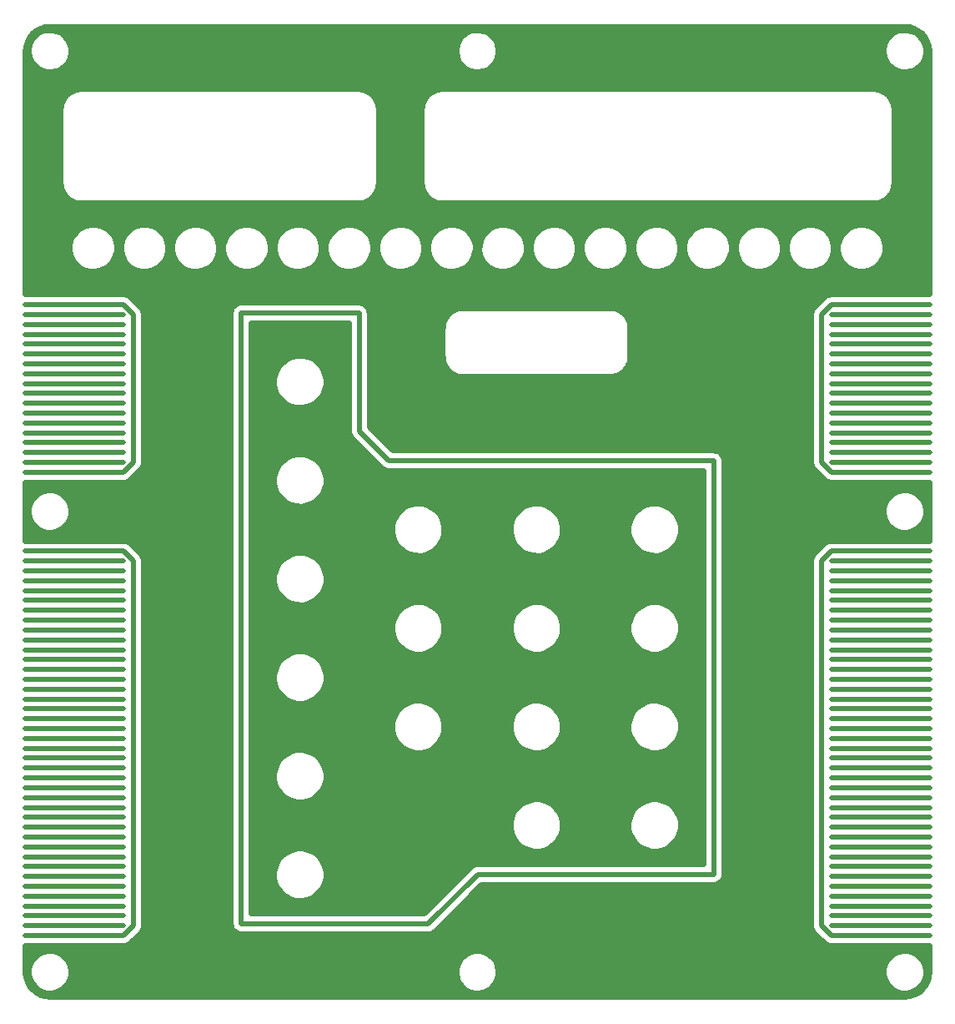
<source format=gbr>
G04 #@! TF.FileFunction,Copper,L1,Top,Signal*
%FSLAX46Y46*%
G04 Gerber Fmt 4.6, Leading zero omitted, Abs format (unit mm)*
G04 Created by KiCad (PCBNEW 4.0.7) date Friday, July 13, 2018 'AMt' 10:09:28 AM*
%MOMM*%
%LPD*%
G01*
G04 APERTURE LIST*
%ADD10C,0.100000*%
%ADD11C,0.500000*%
G04 APERTURE END LIST*
D10*
D11*
X76010000Y-141820000D02*
X94980000Y-141820000D01*
X94980000Y-141820000D02*
X94990000Y-141830000D01*
X76010000Y-79840000D02*
X76010000Y-141820000D01*
X88000000Y-79840000D02*
X76010000Y-79840000D01*
X88000000Y-91830000D02*
X88000000Y-79840000D01*
X91010000Y-94840000D02*
X88000000Y-91830000D01*
X124000000Y-94840000D02*
X91010000Y-94840000D01*
X124000000Y-136820000D02*
X124000000Y-94840000D01*
X100000000Y-136820000D02*
X124000000Y-136820000D01*
X94990000Y-141830000D02*
X100000000Y-136820000D01*
X65090000Y-80000000D02*
X64090000Y-79000000D01*
X65090000Y-95000000D02*
X65090000Y-80000000D01*
X64090000Y-96000000D02*
X65090000Y-95000000D01*
X54090000Y-79000000D02*
X64090000Y-79000000D01*
X54090000Y-80000000D02*
X64090000Y-80000000D01*
X54090000Y-81000000D02*
X64090000Y-81000000D01*
X54090000Y-82000000D02*
X64090000Y-82000000D01*
X54090000Y-83000000D02*
X64090000Y-83000000D01*
X54090000Y-84000000D02*
X64090000Y-84000000D01*
X54090000Y-85000000D02*
X64090000Y-85000000D01*
X54090000Y-86000000D02*
X64090000Y-86000000D01*
X54090000Y-87000000D02*
X64090000Y-87000000D01*
X54090000Y-88000000D02*
X64090000Y-88000000D01*
X54090000Y-89000000D02*
X64090000Y-89000000D01*
X54090000Y-90000000D02*
X64090000Y-90000000D01*
X54090000Y-91000000D02*
X64090000Y-91000000D01*
X54090000Y-92000000D02*
X64090000Y-92000000D01*
X54090000Y-93000000D02*
X64090000Y-93000000D01*
X54090000Y-94000000D02*
X64090000Y-94000000D01*
X54090000Y-95000000D02*
X64090000Y-95000000D01*
X54090000Y-96000000D02*
X64090000Y-96000000D01*
X134910000Y-80000000D02*
X135910000Y-79000000D01*
X134910000Y-95000000D02*
X134910000Y-80000000D01*
X135910000Y-96000000D02*
X134910000Y-95000000D01*
X145910000Y-79000000D02*
X135910000Y-79000000D01*
X145910000Y-80000000D02*
X135910000Y-80000000D01*
X145910000Y-81000000D02*
X135910000Y-81000000D01*
X145910000Y-82000000D02*
X135910000Y-82000000D01*
X145910000Y-83000000D02*
X135910000Y-83000000D01*
X145910000Y-84000000D02*
X135910000Y-84000000D01*
X145910000Y-85000000D02*
X135910000Y-85000000D01*
X145910000Y-86000000D02*
X135910000Y-86000000D01*
X145910000Y-87000000D02*
X135910000Y-87000000D01*
X145910000Y-88000000D02*
X135910000Y-88000000D01*
X145910000Y-89000000D02*
X135910000Y-89000000D01*
X145910000Y-90000000D02*
X135910000Y-90000000D01*
X145910000Y-91000000D02*
X135910000Y-91000000D01*
X145910000Y-92000000D02*
X135910000Y-92000000D01*
X145910000Y-93000000D02*
X135910000Y-93000000D01*
X145910000Y-94000000D02*
X135910000Y-94000000D01*
X145910000Y-95000000D02*
X135910000Y-95000000D01*
X145910000Y-96000000D02*
X135910000Y-96000000D01*
X65090000Y-105000000D02*
X64090000Y-104000000D01*
X65090000Y-142000000D02*
X65090000Y-105000000D01*
X64090000Y-143000000D02*
X65090000Y-142000000D01*
X54090000Y-104000000D02*
X64090000Y-104000000D01*
X54090000Y-105000000D02*
X64090000Y-105000000D01*
X54090000Y-106000000D02*
X64090000Y-106000000D01*
X54090000Y-107000000D02*
X64090000Y-107000000D01*
X54090000Y-108000000D02*
X64090000Y-108000000D01*
X54090000Y-109000000D02*
X64090000Y-109000000D01*
X54090000Y-110000000D02*
X64090000Y-110000000D01*
X54090000Y-111000000D02*
X64090000Y-111000000D01*
X54090000Y-112000000D02*
X64090000Y-112000000D01*
X54090000Y-113000000D02*
X64090000Y-113000000D01*
X54090000Y-114000000D02*
X64090000Y-114000000D01*
X54090000Y-115000000D02*
X64090000Y-115000000D01*
X54090000Y-116000000D02*
X64090000Y-116000000D01*
X54090000Y-117000000D02*
X64090000Y-117000000D01*
X54090000Y-118000000D02*
X64090000Y-118000000D01*
X54090000Y-119000000D02*
X64090000Y-119000000D01*
X54090000Y-120000000D02*
X64090000Y-120000000D01*
X54090000Y-121000000D02*
X64090000Y-121000000D01*
X54090000Y-122000000D02*
X64090000Y-122000000D01*
X54090000Y-123000000D02*
X64090000Y-123000000D01*
X54090000Y-124000000D02*
X64090000Y-124000000D01*
X54090000Y-125000000D02*
X64090000Y-125000000D01*
X54090000Y-126000000D02*
X64090000Y-126000000D01*
X54090000Y-127000000D02*
X64090000Y-127000000D01*
X54090000Y-128000000D02*
X64090000Y-128000000D01*
X54090000Y-129000000D02*
X64090000Y-129000000D01*
X54090000Y-130000000D02*
X64090000Y-130000000D01*
X54090000Y-131000000D02*
X64090000Y-131000000D01*
X54090000Y-132000000D02*
X64090000Y-132000000D01*
X54090000Y-133000000D02*
X64090000Y-133000000D01*
X54090000Y-134000000D02*
X64090000Y-134000000D01*
X54090000Y-135000000D02*
X64090000Y-135000000D01*
X54090000Y-136000000D02*
X64090000Y-136000000D01*
X54090000Y-137000000D02*
X64090000Y-137000000D01*
X54090000Y-138000000D02*
X64090000Y-138000000D01*
X54090000Y-139000000D02*
X64090000Y-139000000D01*
X54090000Y-140000000D02*
X64090000Y-140000000D01*
X54090000Y-141000000D02*
X64090000Y-141000000D01*
X54090000Y-142000000D02*
X64090000Y-142000000D01*
X54090000Y-143000000D02*
X64090000Y-143000000D01*
X134910000Y-105000000D02*
X135910000Y-104000000D01*
X134910000Y-142000000D02*
X134910000Y-105000000D01*
X135910000Y-143000000D02*
X134910000Y-142000000D01*
X145910000Y-104000000D02*
X135910000Y-104000000D01*
X145910000Y-105000000D02*
X135910000Y-105000000D01*
X145910000Y-106000000D02*
X135910000Y-106000000D01*
X145910000Y-107000000D02*
X135910000Y-107000000D01*
X145910000Y-108000000D02*
X135910000Y-108000000D01*
X145910000Y-109000000D02*
X135910000Y-109000000D01*
X145910000Y-110000000D02*
X135910000Y-110000000D01*
X145910000Y-111000000D02*
X135910000Y-111000000D01*
X145910000Y-112000000D02*
X135910000Y-112000000D01*
X145910000Y-113000000D02*
X135910000Y-113000000D01*
X145910000Y-114000000D02*
X135910000Y-114000000D01*
X145910000Y-115000000D02*
X135910000Y-115000000D01*
X145910000Y-116000000D02*
X135910000Y-116000000D01*
X145910000Y-117000000D02*
X135910000Y-117000000D01*
X145910000Y-118000000D02*
X135910000Y-118000000D01*
X145910000Y-119000000D02*
X135910000Y-119000000D01*
X145910000Y-120000000D02*
X135910000Y-120000000D01*
X145910000Y-121000000D02*
X135910000Y-121000000D01*
X145910000Y-122000000D02*
X135910000Y-122000000D01*
X145910000Y-123000000D02*
X135910000Y-123000000D01*
X145910000Y-124000000D02*
X135910000Y-124000000D01*
X145910000Y-125000000D02*
X135910000Y-125000000D01*
X145910000Y-126000000D02*
X135910000Y-126000000D01*
X145910000Y-127000000D02*
X135910000Y-127000000D01*
X145910000Y-128000000D02*
X135910000Y-128000000D01*
X145910000Y-129000000D02*
X135910000Y-129000000D01*
X145910000Y-130000000D02*
X135910000Y-130000000D01*
X145910000Y-131000000D02*
X135910000Y-131000000D01*
X145910000Y-132000000D02*
X135910000Y-132000000D01*
X145910000Y-133000000D02*
X135910000Y-133000000D01*
X145910000Y-134000000D02*
X135910000Y-134000000D01*
X145910000Y-135000000D02*
X135910000Y-135000000D01*
X145910000Y-136000000D02*
X135910000Y-136000000D01*
X145910000Y-137000000D02*
X135910000Y-137000000D01*
X145910000Y-138000000D02*
X135910000Y-138000000D01*
X145910000Y-139000000D02*
X135910000Y-139000000D01*
X145910000Y-140000000D02*
X135910000Y-140000000D01*
X145910000Y-141000000D02*
X135910000Y-141000000D01*
X145910000Y-142000000D02*
X135910000Y-142000000D01*
X145910000Y-143000000D02*
X135910000Y-143000000D01*
G36*
X143879741Y-50806640D02*
X144350824Y-50948869D01*
X144785309Y-51179888D01*
X145166651Y-51490904D01*
X145480318Y-51870062D01*
X145714367Y-52302927D01*
X145859881Y-52773006D01*
X145915000Y-53297430D01*
X145915000Y-78000035D01*
X145910000Y-78000000D01*
X135910000Y-78000000D01*
X135818046Y-78009016D01*
X135726049Y-78017065D01*
X135721000Y-78018532D01*
X135715766Y-78019045D01*
X135627333Y-78045745D01*
X135538633Y-78071514D01*
X135533964Y-78073934D01*
X135528930Y-78075454D01*
X135447386Y-78118811D01*
X135365361Y-78161329D01*
X135361250Y-78164611D01*
X135356608Y-78167079D01*
X135285040Y-78225449D01*
X135212835Y-78283089D01*
X135205519Y-78290304D01*
X135205366Y-78290429D01*
X135205249Y-78290571D01*
X135202894Y-78292893D01*
X134202893Y-79292893D01*
X134144242Y-79364297D01*
X134084887Y-79435033D01*
X134082354Y-79439640D01*
X134079016Y-79443704D01*
X134035353Y-79525136D01*
X133990865Y-79606058D01*
X133989276Y-79611068D01*
X133986790Y-79615704D01*
X133959790Y-79704018D01*
X133931852Y-79792088D01*
X133931265Y-79797318D01*
X133929729Y-79802343D01*
X133920399Y-79894195D01*
X133910097Y-79986038D01*
X133910026Y-79996316D01*
X133910006Y-79996509D01*
X133910023Y-79996689D01*
X133910000Y-80000000D01*
X133910000Y-95000000D01*
X133919016Y-95091950D01*
X133927065Y-95183951D01*
X133928532Y-95189000D01*
X133929045Y-95194234D01*
X133955741Y-95282654D01*
X133981514Y-95371368D01*
X133983935Y-95376038D01*
X133985454Y-95381070D01*
X134028802Y-95462595D01*
X134071329Y-95544639D01*
X134074611Y-95548750D01*
X134077079Y-95553392D01*
X134135429Y-95624936D01*
X134193089Y-95697166D01*
X134200309Y-95704487D01*
X134200429Y-95704634D01*
X134200565Y-95704747D01*
X134202893Y-95707107D01*
X135202894Y-96707107D01*
X135274250Y-96765719D01*
X135345033Y-96825113D01*
X135349643Y-96827647D01*
X135353705Y-96830984D01*
X135435096Y-96874626D01*
X135516058Y-96919135D01*
X135521071Y-96920725D01*
X135525705Y-96923210D01*
X135614046Y-96950219D01*
X135702088Y-96978148D01*
X135707313Y-96978734D01*
X135712343Y-96980272D01*
X135804245Y-96989607D01*
X135896038Y-96999903D01*
X135906316Y-96999974D01*
X135906509Y-96999994D01*
X135906689Y-96999977D01*
X135910000Y-97000000D01*
X145910000Y-97000000D01*
X145915000Y-96999510D01*
X145915000Y-103000035D01*
X145910000Y-103000000D01*
X135910000Y-103000000D01*
X135818046Y-103009016D01*
X135726049Y-103017065D01*
X135721000Y-103018532D01*
X135715766Y-103019045D01*
X135627333Y-103045745D01*
X135538633Y-103071514D01*
X135533964Y-103073934D01*
X135528930Y-103075454D01*
X135447386Y-103118811D01*
X135365361Y-103161329D01*
X135361250Y-103164611D01*
X135356608Y-103167079D01*
X135285040Y-103225449D01*
X135212835Y-103283089D01*
X135205519Y-103290304D01*
X135205366Y-103290429D01*
X135205249Y-103290571D01*
X135202894Y-103292893D01*
X134202893Y-104292893D01*
X134144242Y-104364297D01*
X134084887Y-104435033D01*
X134082354Y-104439640D01*
X134079016Y-104443704D01*
X134035353Y-104525136D01*
X133990865Y-104606058D01*
X133989276Y-104611068D01*
X133986790Y-104615704D01*
X133959790Y-104704018D01*
X133931852Y-104792088D01*
X133931265Y-104797318D01*
X133929729Y-104802343D01*
X133920399Y-104894195D01*
X133910097Y-104986038D01*
X133910026Y-104996316D01*
X133910006Y-104996509D01*
X133910023Y-104996689D01*
X133910000Y-105000000D01*
X133910000Y-142000000D01*
X133919016Y-142091950D01*
X133927065Y-142183951D01*
X133928532Y-142189000D01*
X133929045Y-142194234D01*
X133955741Y-142282654D01*
X133981514Y-142371368D01*
X133983935Y-142376038D01*
X133985454Y-142381070D01*
X134028802Y-142462595D01*
X134071329Y-142544639D01*
X134074611Y-142548750D01*
X134077079Y-142553392D01*
X134135429Y-142624936D01*
X134193089Y-142697166D01*
X134200309Y-142704487D01*
X134200429Y-142704634D01*
X134200565Y-142704747D01*
X134202893Y-142707107D01*
X135202894Y-143707107D01*
X135274250Y-143765719D01*
X135345033Y-143825113D01*
X135349643Y-143827647D01*
X135353705Y-143830984D01*
X135435096Y-143874626D01*
X135516058Y-143919135D01*
X135521071Y-143920725D01*
X135525705Y-143923210D01*
X135614046Y-143950219D01*
X135702088Y-143978148D01*
X135707313Y-143978734D01*
X135712343Y-143980272D01*
X135804245Y-143989607D01*
X135896038Y-143999903D01*
X135906316Y-143999974D01*
X135906509Y-143999994D01*
X135906689Y-143999977D01*
X135910000Y-144000000D01*
X145910000Y-144000000D01*
X145915000Y-143999510D01*
X145915000Y-146683071D01*
X145863360Y-147209741D01*
X145721132Y-147680820D01*
X145490111Y-148115309D01*
X145179098Y-148496649D01*
X144799940Y-148810317D01*
X144367073Y-149044367D01*
X143896994Y-149189881D01*
X143372570Y-149245000D01*
X56646929Y-149245000D01*
X56120259Y-149193360D01*
X55649180Y-149051132D01*
X55214691Y-148820111D01*
X54833351Y-148509098D01*
X54519683Y-148129940D01*
X54285633Y-147697073D01*
X54140119Y-147226994D01*
X54105391Y-146896574D01*
X54507240Y-146896574D01*
X54581583Y-147301639D01*
X54733188Y-147684550D01*
X54956281Y-148030722D01*
X55242363Y-148326968D01*
X55580538Y-148562006D01*
X55957924Y-148726882D01*
X56360149Y-148815317D01*
X56771890Y-148823942D01*
X57177464Y-148752428D01*
X57561424Y-148603500D01*
X57909145Y-148382830D01*
X58207381Y-148098823D01*
X58444774Y-147762297D01*
X58612281Y-147386070D01*
X58703522Y-146984473D01*
X58704749Y-146896574D01*
X97897240Y-146896574D01*
X97971583Y-147301639D01*
X98123188Y-147684550D01*
X98346281Y-148030722D01*
X98632363Y-148326968D01*
X98970538Y-148562006D01*
X99347924Y-148726882D01*
X99750149Y-148815317D01*
X100161890Y-148823942D01*
X100567464Y-148752428D01*
X100951424Y-148603500D01*
X101299145Y-148382830D01*
X101597381Y-148098823D01*
X101834774Y-147762297D01*
X102002281Y-147386070D01*
X102093522Y-146984473D01*
X102094749Y-146896574D01*
X141287240Y-146896574D01*
X141361583Y-147301639D01*
X141513188Y-147684550D01*
X141736281Y-148030722D01*
X142022363Y-148326968D01*
X142360538Y-148562006D01*
X142737924Y-148726882D01*
X143140149Y-148815317D01*
X143551890Y-148823942D01*
X143957464Y-148752428D01*
X144341424Y-148603500D01*
X144689145Y-148382830D01*
X144987381Y-148098823D01*
X145224774Y-147762297D01*
X145392281Y-147386070D01*
X145483522Y-146984473D01*
X145490090Y-146514084D01*
X145410098Y-146110096D01*
X145253162Y-145729339D01*
X145025258Y-145386316D01*
X144735067Y-145094093D01*
X144393644Y-144863800D01*
X144013992Y-144704209D01*
X143610572Y-144621399D01*
X143198751Y-144618524D01*
X142794214Y-144695693D01*
X142412371Y-144849968D01*
X142067765Y-145075471D01*
X141773523Y-145363615D01*
X141540852Y-145703422D01*
X141378614Y-146081951D01*
X141292990Y-146484783D01*
X141287240Y-146896574D01*
X102094749Y-146896574D01*
X102100090Y-146514084D01*
X102020098Y-146110096D01*
X101863162Y-145729339D01*
X101635258Y-145386316D01*
X101345067Y-145094093D01*
X101003644Y-144863800D01*
X100623992Y-144704209D01*
X100220572Y-144621399D01*
X99808751Y-144618524D01*
X99404214Y-144695693D01*
X99022371Y-144849968D01*
X98677765Y-145075471D01*
X98383523Y-145363615D01*
X98150852Y-145703422D01*
X97988614Y-146081951D01*
X97902990Y-146484783D01*
X97897240Y-146896574D01*
X58704749Y-146896574D01*
X58710090Y-146514084D01*
X58630098Y-146110096D01*
X58473162Y-145729339D01*
X58245258Y-145386316D01*
X57955067Y-145094093D01*
X57613644Y-144863800D01*
X57233992Y-144704209D01*
X56830572Y-144621399D01*
X56418751Y-144618524D01*
X56014214Y-144695693D01*
X55632371Y-144849968D01*
X55287765Y-145075471D01*
X54993523Y-145363615D01*
X54760852Y-145703422D01*
X54598614Y-146081951D01*
X54512990Y-146484783D01*
X54507240Y-146896574D01*
X54105391Y-146896574D01*
X54085000Y-146702570D01*
X54085000Y-143999965D01*
X54090000Y-144000000D01*
X64090000Y-144000000D01*
X64181950Y-143990984D01*
X64273951Y-143982935D01*
X64279000Y-143981468D01*
X64284234Y-143980955D01*
X64372654Y-143954259D01*
X64461368Y-143928486D01*
X64466038Y-143926065D01*
X64471070Y-143924546D01*
X64552595Y-143881198D01*
X64634639Y-143838671D01*
X64638750Y-143835389D01*
X64643392Y-143832921D01*
X64714936Y-143774571D01*
X64787166Y-143716911D01*
X64794487Y-143709691D01*
X64794634Y-143709571D01*
X64794747Y-143709435D01*
X64797107Y-143707107D01*
X65797107Y-142707106D01*
X65855719Y-142635750D01*
X65915113Y-142564967D01*
X65917647Y-142560357D01*
X65920984Y-142556295D01*
X65964626Y-142474904D01*
X66009135Y-142393942D01*
X66010725Y-142388929D01*
X66013210Y-142384295D01*
X66040219Y-142295954D01*
X66068148Y-142207912D01*
X66068734Y-142202687D01*
X66070272Y-142197657D01*
X66079607Y-142105755D01*
X66089903Y-142013962D01*
X66089974Y-142003684D01*
X66089994Y-142003491D01*
X66089977Y-142003311D01*
X66090000Y-142000000D01*
X66090000Y-105000000D01*
X66080984Y-104908046D01*
X66072935Y-104816049D01*
X66071468Y-104811000D01*
X66070955Y-104805766D01*
X66044255Y-104717333D01*
X66018486Y-104628633D01*
X66016066Y-104623964D01*
X66014546Y-104618930D01*
X65971189Y-104537386D01*
X65928671Y-104455361D01*
X65925389Y-104451250D01*
X65922921Y-104446608D01*
X65864551Y-104375040D01*
X65806911Y-104302835D01*
X65799696Y-104295519D01*
X65799571Y-104295366D01*
X65799429Y-104295249D01*
X65797107Y-104292894D01*
X64797107Y-103292893D01*
X64725703Y-103234242D01*
X64654967Y-103174887D01*
X64650360Y-103172354D01*
X64646296Y-103169016D01*
X64564864Y-103125353D01*
X64483942Y-103080865D01*
X64478932Y-103079276D01*
X64474296Y-103076790D01*
X64385982Y-103049790D01*
X64297912Y-103021852D01*
X64292682Y-103021265D01*
X64287657Y-103019729D01*
X64195805Y-103010399D01*
X64103962Y-103000097D01*
X64093684Y-103000026D01*
X64093491Y-103000006D01*
X64093311Y-103000023D01*
X64090000Y-103000000D01*
X54090000Y-103000000D01*
X54085000Y-103000490D01*
X54085000Y-100176574D01*
X54507240Y-100176574D01*
X54581583Y-100581639D01*
X54733188Y-100964550D01*
X54956281Y-101310722D01*
X55242363Y-101606968D01*
X55580538Y-101842006D01*
X55957924Y-102006882D01*
X56360149Y-102095317D01*
X56771890Y-102103942D01*
X57177464Y-102032428D01*
X57561424Y-101883500D01*
X57909145Y-101662830D01*
X58207381Y-101378823D01*
X58444774Y-101042297D01*
X58612281Y-100666070D01*
X58703522Y-100264473D01*
X58710090Y-99794084D01*
X58630098Y-99390096D01*
X58473162Y-99009339D01*
X58245258Y-98666316D01*
X57955067Y-98374093D01*
X57613644Y-98143800D01*
X57233992Y-97984209D01*
X56830572Y-97901399D01*
X56418751Y-97898524D01*
X56014214Y-97975693D01*
X55632371Y-98129968D01*
X55287765Y-98355471D01*
X54993523Y-98643615D01*
X54760852Y-98983422D01*
X54598614Y-99361951D01*
X54512990Y-99764783D01*
X54507240Y-100176574D01*
X54085000Y-100176574D01*
X54085000Y-96999965D01*
X54090000Y-97000000D01*
X64090000Y-97000000D01*
X64181950Y-96990984D01*
X64273951Y-96982935D01*
X64279000Y-96981468D01*
X64284234Y-96980955D01*
X64372654Y-96954259D01*
X64461368Y-96928486D01*
X64466038Y-96926065D01*
X64471070Y-96924546D01*
X64552595Y-96881198D01*
X64634639Y-96838671D01*
X64638750Y-96835389D01*
X64643392Y-96832921D01*
X64714936Y-96774571D01*
X64787166Y-96716911D01*
X64794487Y-96709691D01*
X64794634Y-96709571D01*
X64794747Y-96709435D01*
X64797107Y-96707107D01*
X65797107Y-95707106D01*
X65855719Y-95635750D01*
X65915113Y-95564967D01*
X65917647Y-95560357D01*
X65920984Y-95556295D01*
X65964626Y-95474904D01*
X66009135Y-95393942D01*
X66010725Y-95388929D01*
X66013210Y-95384295D01*
X66040219Y-95295954D01*
X66068148Y-95207912D01*
X66068734Y-95202687D01*
X66070272Y-95197657D01*
X66079607Y-95105755D01*
X66089903Y-95013962D01*
X66089974Y-95003684D01*
X66089994Y-95003491D01*
X66089977Y-95003311D01*
X66090000Y-95000000D01*
X66090000Y-80000000D01*
X66080984Y-79908046D01*
X66075031Y-79840000D01*
X75010000Y-79840000D01*
X75010000Y-141820000D01*
X75019182Y-141913640D01*
X75027713Y-142007381D01*
X75028703Y-142010744D01*
X75029045Y-142014234D01*
X75056238Y-142104303D01*
X75082816Y-142194607D01*
X75084441Y-142197716D01*
X75085454Y-142201070D01*
X75129631Y-142284156D01*
X75173236Y-142367563D01*
X75175432Y-142370294D01*
X75177079Y-142373392D01*
X75236581Y-142446349D01*
X75295527Y-142519663D01*
X75298213Y-142521917D01*
X75300429Y-142524634D01*
X75372987Y-142584660D01*
X75445033Y-142645113D01*
X75448102Y-142646800D01*
X75450807Y-142649038D01*
X75533664Y-142693839D01*
X75616058Y-142739135D01*
X75619398Y-142740195D01*
X75622484Y-142741863D01*
X75712355Y-142769683D01*
X75802088Y-142798148D01*
X75805576Y-142798539D01*
X75808922Y-142799575D01*
X75902458Y-142809406D01*
X75996038Y-142819903D01*
X76002769Y-142819950D01*
X76003019Y-142819976D01*
X76003269Y-142819953D01*
X76010000Y-142820000D01*
X94887984Y-142820000D01*
X94979528Y-142829945D01*
X94983019Y-142829640D01*
X94986509Y-142829994D01*
X95080233Y-142821134D01*
X95173951Y-142812935D01*
X95177317Y-142811957D01*
X95180809Y-142811627D01*
X95271008Y-142784738D01*
X95361368Y-142758486D01*
X95364481Y-142756872D01*
X95367840Y-142755871D01*
X95451036Y-142712007D01*
X95534639Y-142668671D01*
X95537382Y-142666482D01*
X95540480Y-142664848D01*
X95613526Y-142605697D01*
X95687166Y-142546911D01*
X95691964Y-142542179D01*
X95692153Y-142542026D01*
X95692308Y-142541839D01*
X95697107Y-142537107D01*
X100414214Y-137820000D01*
X124000000Y-137820000D01*
X124093640Y-137810818D01*
X124187381Y-137802287D01*
X124190744Y-137801297D01*
X124194234Y-137800955D01*
X124284303Y-137773762D01*
X124374607Y-137747184D01*
X124377716Y-137745559D01*
X124381070Y-137744546D01*
X124464156Y-137700369D01*
X124547563Y-137656764D01*
X124550294Y-137654568D01*
X124553392Y-137652921D01*
X124626349Y-137593419D01*
X124699663Y-137534473D01*
X124701917Y-137531787D01*
X124704634Y-137529571D01*
X124764660Y-137457013D01*
X124825113Y-137384967D01*
X124826800Y-137381898D01*
X124829038Y-137379193D01*
X124873839Y-137296336D01*
X124919135Y-137213942D01*
X124920195Y-137210602D01*
X124921863Y-137207516D01*
X124949683Y-137117645D01*
X124978148Y-137027912D01*
X124978539Y-137024424D01*
X124979575Y-137021078D01*
X124989406Y-136927542D01*
X124999903Y-136833962D01*
X124999950Y-136827231D01*
X124999976Y-136826981D01*
X124999953Y-136826731D01*
X125000000Y-136820000D01*
X125000000Y-100176574D01*
X141287240Y-100176574D01*
X141361583Y-100581639D01*
X141513188Y-100964550D01*
X141736281Y-101310722D01*
X142022363Y-101606968D01*
X142360538Y-101842006D01*
X142737924Y-102006882D01*
X143140149Y-102095317D01*
X143551890Y-102103942D01*
X143957464Y-102032428D01*
X144341424Y-101883500D01*
X144689145Y-101662830D01*
X144987381Y-101378823D01*
X145224774Y-101042297D01*
X145392281Y-100666070D01*
X145483522Y-100264473D01*
X145490090Y-99794084D01*
X145410098Y-99390096D01*
X145253162Y-99009339D01*
X145025258Y-98666316D01*
X144735067Y-98374093D01*
X144393644Y-98143800D01*
X144013992Y-97984209D01*
X143610572Y-97901399D01*
X143198751Y-97898524D01*
X142794214Y-97975693D01*
X142412371Y-98129968D01*
X142067765Y-98355471D01*
X141773523Y-98643615D01*
X141540852Y-98983422D01*
X141378614Y-99361951D01*
X141292990Y-99764783D01*
X141287240Y-100176574D01*
X125000000Y-100176574D01*
X125000000Y-94840000D01*
X124990818Y-94746360D01*
X124982287Y-94652619D01*
X124981297Y-94649256D01*
X124980955Y-94645766D01*
X124953762Y-94555697D01*
X124927184Y-94465393D01*
X124925559Y-94462284D01*
X124924546Y-94458930D01*
X124880369Y-94375844D01*
X124836764Y-94292437D01*
X124834568Y-94289706D01*
X124832921Y-94286608D01*
X124773419Y-94213651D01*
X124714473Y-94140337D01*
X124711787Y-94138083D01*
X124709571Y-94135366D01*
X124637013Y-94075340D01*
X124564967Y-94014887D01*
X124561898Y-94013200D01*
X124559193Y-94010962D01*
X124476336Y-93966161D01*
X124393942Y-93920865D01*
X124390602Y-93919805D01*
X124387516Y-93918137D01*
X124297645Y-93890317D01*
X124207912Y-93861852D01*
X124204424Y-93861461D01*
X124201078Y-93860425D01*
X124107542Y-93850594D01*
X124013962Y-93840097D01*
X124007231Y-93840050D01*
X124006981Y-93840024D01*
X124006731Y-93840047D01*
X124000000Y-93840000D01*
X91424214Y-93840000D01*
X89000000Y-91415786D01*
X89000000Y-81400000D01*
X96525000Y-81400000D01*
X96525000Y-84260000D01*
X96525014Y-84260140D01*
X96525005Y-84262640D01*
X96525036Y-84271506D01*
X96528369Y-84304321D01*
X96528139Y-84337292D01*
X96529167Y-84347783D01*
X96555075Y-84594287D01*
X96568838Y-84661333D01*
X96581658Y-84728539D01*
X96584704Y-84738630D01*
X96657999Y-84975406D01*
X96684526Y-85038510D01*
X96710150Y-85101933D01*
X96715098Y-85111238D01*
X96715100Y-85111243D01*
X96715103Y-85111248D01*
X96832987Y-85329270D01*
X96871258Y-85386010D01*
X96908723Y-85443262D01*
X96915385Y-85451431D01*
X97073378Y-85642411D01*
X97121942Y-85690637D01*
X97169811Y-85739519D01*
X97177933Y-85746238D01*
X97370011Y-85902893D01*
X97427032Y-85940778D01*
X97483471Y-85979422D01*
X97492743Y-85984436D01*
X97711591Y-86100799D01*
X97774881Y-86126885D01*
X97837750Y-86153831D01*
X97847820Y-86156949D01*
X98085101Y-86228589D01*
X98152255Y-86241886D01*
X98219163Y-86256107D01*
X98229647Y-86257210D01*
X98476325Y-86281397D01*
X98507997Y-86281397D01*
X98539459Y-86284926D01*
X98550000Y-86285000D01*
X113450000Y-86285000D01*
X113450140Y-86284986D01*
X113452640Y-86284995D01*
X113461506Y-86284964D01*
X113494321Y-86281631D01*
X113527292Y-86281861D01*
X113537783Y-86280833D01*
X113784287Y-86254925D01*
X113851333Y-86241162D01*
X113918539Y-86228342D01*
X113928630Y-86225296D01*
X114165406Y-86152001D01*
X114228510Y-86125474D01*
X114291933Y-86099850D01*
X114301238Y-86094902D01*
X114301243Y-86094900D01*
X114301248Y-86094897D01*
X114519270Y-85977013D01*
X114576010Y-85938742D01*
X114633262Y-85901277D01*
X114641431Y-85894615D01*
X114832411Y-85736622D01*
X114880637Y-85688058D01*
X114929519Y-85640189D01*
X114936238Y-85632067D01*
X115092893Y-85439989D01*
X115130778Y-85382968D01*
X115169422Y-85326529D01*
X115174436Y-85317257D01*
X115290799Y-85098409D01*
X115316885Y-85035119D01*
X115343831Y-84972250D01*
X115346949Y-84962180D01*
X115418589Y-84724899D01*
X115431886Y-84657745D01*
X115446107Y-84590837D01*
X115447210Y-84580353D01*
X115471397Y-84333675D01*
X115471397Y-84302003D01*
X115474926Y-84270541D01*
X115475000Y-84260000D01*
X115475000Y-81400000D01*
X115474986Y-81399860D01*
X115474995Y-81397360D01*
X115474964Y-81388494D01*
X115471631Y-81355679D01*
X115471861Y-81322708D01*
X115470833Y-81312217D01*
X115444925Y-81065714D01*
X115431164Y-80998674D01*
X115418342Y-80931461D01*
X115415296Y-80921370D01*
X115342001Y-80684594D01*
X115315474Y-80621490D01*
X115289850Y-80558067D01*
X115284901Y-80548759D01*
X115167013Y-80330730D01*
X115128742Y-80273990D01*
X115091277Y-80216738D01*
X115084615Y-80208569D01*
X114926622Y-80017589D01*
X114878041Y-79969347D01*
X114830189Y-79920481D01*
X114822067Y-79913762D01*
X114629989Y-79757107D01*
X114572968Y-79719222D01*
X114516529Y-79680578D01*
X114507256Y-79675564D01*
X114288409Y-79559201D01*
X114225102Y-79533108D01*
X114162250Y-79506169D01*
X114152180Y-79503051D01*
X113914899Y-79431411D01*
X113847745Y-79418114D01*
X113780837Y-79403893D01*
X113770353Y-79402790D01*
X113523675Y-79378603D01*
X113492003Y-79378603D01*
X113460541Y-79375074D01*
X113450000Y-79375000D01*
X98550000Y-79375000D01*
X98549860Y-79375014D01*
X98547360Y-79375005D01*
X98538494Y-79375036D01*
X98505679Y-79378369D01*
X98472708Y-79378139D01*
X98462217Y-79379167D01*
X98215714Y-79405075D01*
X98148674Y-79418836D01*
X98081461Y-79431658D01*
X98071370Y-79434704D01*
X97834594Y-79507999D01*
X97771490Y-79534526D01*
X97708067Y-79560150D01*
X97698759Y-79565099D01*
X97480730Y-79682987D01*
X97423990Y-79721258D01*
X97366738Y-79758723D01*
X97358569Y-79765385D01*
X97167589Y-79923378D01*
X97119347Y-79971959D01*
X97070481Y-80019811D01*
X97063762Y-80027933D01*
X96907107Y-80220011D01*
X96869222Y-80277032D01*
X96830578Y-80333471D01*
X96825564Y-80342744D01*
X96709201Y-80561591D01*
X96683108Y-80624898D01*
X96656169Y-80687750D01*
X96653051Y-80697820D01*
X96581411Y-80935101D01*
X96568114Y-81002255D01*
X96553893Y-81069163D01*
X96552790Y-81079647D01*
X96528603Y-81326325D01*
X96528603Y-81357997D01*
X96525074Y-81389459D01*
X96525000Y-81400000D01*
X89000000Y-81400000D01*
X89000000Y-79840000D01*
X88990818Y-79746360D01*
X88982287Y-79652619D01*
X88981297Y-79649256D01*
X88980955Y-79645766D01*
X88953762Y-79555697D01*
X88927184Y-79465393D01*
X88925559Y-79462284D01*
X88924546Y-79458930D01*
X88880369Y-79375844D01*
X88836764Y-79292437D01*
X88834568Y-79289706D01*
X88832921Y-79286608D01*
X88773419Y-79213651D01*
X88714473Y-79140337D01*
X88711787Y-79138083D01*
X88709571Y-79135366D01*
X88637013Y-79075340D01*
X88564967Y-79014887D01*
X88561898Y-79013200D01*
X88559193Y-79010962D01*
X88476336Y-78966161D01*
X88393942Y-78920865D01*
X88390602Y-78919805D01*
X88387516Y-78918137D01*
X88297645Y-78890317D01*
X88207912Y-78861852D01*
X88204424Y-78861461D01*
X88201078Y-78860425D01*
X88107542Y-78850594D01*
X88013962Y-78840097D01*
X88007231Y-78840050D01*
X88006981Y-78840024D01*
X88006731Y-78840047D01*
X88000000Y-78840000D01*
X76010000Y-78840000D01*
X75916360Y-78849182D01*
X75822619Y-78857713D01*
X75819256Y-78858703D01*
X75815766Y-78859045D01*
X75725697Y-78886238D01*
X75635393Y-78912816D01*
X75632284Y-78914441D01*
X75628930Y-78915454D01*
X75545844Y-78959631D01*
X75462437Y-79003236D01*
X75459706Y-79005432D01*
X75456608Y-79007079D01*
X75383651Y-79066581D01*
X75310337Y-79125527D01*
X75308083Y-79128213D01*
X75305366Y-79130429D01*
X75245340Y-79202987D01*
X75184887Y-79275033D01*
X75183200Y-79278102D01*
X75180962Y-79280807D01*
X75136161Y-79363664D01*
X75090865Y-79446058D01*
X75089805Y-79449398D01*
X75088137Y-79452484D01*
X75060317Y-79542355D01*
X75031852Y-79632088D01*
X75031461Y-79635576D01*
X75030425Y-79638922D01*
X75020594Y-79732458D01*
X75010097Y-79826038D01*
X75010050Y-79832769D01*
X75010024Y-79833019D01*
X75010047Y-79833269D01*
X75010000Y-79840000D01*
X66075031Y-79840000D01*
X66072935Y-79816049D01*
X66071468Y-79811000D01*
X66070955Y-79805766D01*
X66044255Y-79717333D01*
X66018486Y-79628633D01*
X66016066Y-79623964D01*
X66014546Y-79618930D01*
X65971189Y-79537386D01*
X65928671Y-79455361D01*
X65925389Y-79451250D01*
X65922921Y-79446608D01*
X65864548Y-79375036D01*
X65806911Y-79302835D01*
X65799696Y-79295519D01*
X65799571Y-79295366D01*
X65799429Y-79295249D01*
X65797107Y-79292894D01*
X64797107Y-78292893D01*
X64725703Y-78234242D01*
X64654967Y-78174887D01*
X64650360Y-78172354D01*
X64646296Y-78169016D01*
X64564864Y-78125353D01*
X64483942Y-78080865D01*
X64478932Y-78079276D01*
X64474296Y-78076790D01*
X64385982Y-78049790D01*
X64297912Y-78021852D01*
X64292682Y-78021265D01*
X64287657Y-78019729D01*
X64195805Y-78010399D01*
X64103962Y-78000097D01*
X64093684Y-78000026D01*
X64093491Y-78000006D01*
X64093311Y-78000023D01*
X64090000Y-78000000D01*
X54090000Y-78000000D01*
X54085000Y-78000490D01*
X54085000Y-73477594D01*
X58646911Y-73477594D01*
X58730105Y-73930882D01*
X58899758Y-74359378D01*
X59149409Y-74746760D01*
X59469548Y-75078274D01*
X59847982Y-75341293D01*
X60270296Y-75525797D01*
X60720404Y-75624760D01*
X61181162Y-75634411D01*
X61635019Y-75554384D01*
X62064689Y-75387726D01*
X62453805Y-75140786D01*
X62787546Y-74822968D01*
X63053200Y-74446380D01*
X63240648Y-74025364D01*
X63342751Y-73575958D01*
X63344124Y-73477594D01*
X63846911Y-73477594D01*
X63930105Y-73930882D01*
X64099758Y-74359378D01*
X64349409Y-74746760D01*
X64669548Y-75078274D01*
X65047982Y-75341293D01*
X65470296Y-75525797D01*
X65920404Y-75624760D01*
X66381162Y-75634411D01*
X66835019Y-75554384D01*
X67264689Y-75387726D01*
X67653805Y-75140786D01*
X67987546Y-74822968D01*
X68253200Y-74446380D01*
X68440648Y-74025364D01*
X68542751Y-73575958D01*
X68544124Y-73477594D01*
X69046911Y-73477594D01*
X69130105Y-73930882D01*
X69299758Y-74359378D01*
X69549409Y-74746760D01*
X69869548Y-75078274D01*
X70247982Y-75341293D01*
X70670296Y-75525797D01*
X71120404Y-75624760D01*
X71581162Y-75634411D01*
X72035019Y-75554384D01*
X72464689Y-75387726D01*
X72853805Y-75140786D01*
X73187546Y-74822968D01*
X73453200Y-74446380D01*
X73640648Y-74025364D01*
X73742751Y-73575958D01*
X73744124Y-73477594D01*
X74246911Y-73477594D01*
X74330105Y-73930882D01*
X74499758Y-74359378D01*
X74749409Y-74746760D01*
X75069548Y-75078274D01*
X75447982Y-75341293D01*
X75870296Y-75525797D01*
X76320404Y-75624760D01*
X76781162Y-75634411D01*
X77235019Y-75554384D01*
X77664689Y-75387726D01*
X78053805Y-75140786D01*
X78387546Y-74822968D01*
X78653200Y-74446380D01*
X78840648Y-74025364D01*
X78942751Y-73575958D01*
X78944124Y-73477594D01*
X79446911Y-73477594D01*
X79530105Y-73930882D01*
X79699758Y-74359378D01*
X79949409Y-74746760D01*
X80269548Y-75078274D01*
X80647982Y-75341293D01*
X81070296Y-75525797D01*
X81520404Y-75624760D01*
X81981162Y-75634411D01*
X82435019Y-75554384D01*
X82864689Y-75387726D01*
X83253805Y-75140786D01*
X83587546Y-74822968D01*
X83853200Y-74446380D01*
X84040648Y-74025364D01*
X84142751Y-73575958D01*
X84144124Y-73477594D01*
X84646911Y-73477594D01*
X84730105Y-73930882D01*
X84899758Y-74359378D01*
X85149409Y-74746760D01*
X85469548Y-75078274D01*
X85847982Y-75341293D01*
X86270296Y-75525797D01*
X86720404Y-75624760D01*
X87181162Y-75634411D01*
X87635019Y-75554384D01*
X88064689Y-75387726D01*
X88453805Y-75140786D01*
X88787546Y-74822968D01*
X89053200Y-74446380D01*
X89240648Y-74025364D01*
X89342751Y-73575958D01*
X89344124Y-73477594D01*
X89846911Y-73477594D01*
X89930105Y-73930882D01*
X90099758Y-74359378D01*
X90349409Y-74746760D01*
X90669548Y-75078274D01*
X91047982Y-75341293D01*
X91470296Y-75525797D01*
X91920404Y-75624760D01*
X92381162Y-75634411D01*
X92835019Y-75554384D01*
X93264689Y-75387726D01*
X93653805Y-75140786D01*
X93987546Y-74822968D01*
X94253200Y-74446380D01*
X94440648Y-74025364D01*
X94542751Y-73575958D01*
X94544124Y-73477594D01*
X95046911Y-73477594D01*
X95130105Y-73930882D01*
X95299758Y-74359378D01*
X95549409Y-74746760D01*
X95869548Y-75078274D01*
X96247982Y-75341293D01*
X96670296Y-75525797D01*
X97120404Y-75624760D01*
X97581162Y-75634411D01*
X98035019Y-75554384D01*
X98464689Y-75387726D01*
X98853805Y-75140786D01*
X99187546Y-74822968D01*
X99453200Y-74446380D01*
X99640648Y-74025364D01*
X99742751Y-73575958D01*
X99744124Y-73477594D01*
X100246911Y-73477594D01*
X100330105Y-73930882D01*
X100499758Y-74359378D01*
X100749409Y-74746760D01*
X101069548Y-75078274D01*
X101447982Y-75341293D01*
X101870296Y-75525797D01*
X102320404Y-75624760D01*
X102781162Y-75634411D01*
X103235019Y-75554384D01*
X103664689Y-75387726D01*
X104053805Y-75140786D01*
X104387546Y-74822968D01*
X104653200Y-74446380D01*
X104840648Y-74025364D01*
X104942751Y-73575958D01*
X104944124Y-73477594D01*
X105446911Y-73477594D01*
X105530105Y-73930882D01*
X105699758Y-74359378D01*
X105949409Y-74746760D01*
X106269548Y-75078274D01*
X106647982Y-75341293D01*
X107070296Y-75525797D01*
X107520404Y-75624760D01*
X107981162Y-75634411D01*
X108435019Y-75554384D01*
X108864689Y-75387726D01*
X109253805Y-75140786D01*
X109587546Y-74822968D01*
X109853200Y-74446380D01*
X110040648Y-74025364D01*
X110142751Y-73575958D01*
X110144124Y-73477594D01*
X110646911Y-73477594D01*
X110730105Y-73930882D01*
X110899758Y-74359378D01*
X111149409Y-74746760D01*
X111469548Y-75078274D01*
X111847982Y-75341293D01*
X112270296Y-75525797D01*
X112720404Y-75624760D01*
X113181162Y-75634411D01*
X113635019Y-75554384D01*
X114064689Y-75387726D01*
X114453805Y-75140786D01*
X114787546Y-74822968D01*
X115053200Y-74446380D01*
X115240648Y-74025364D01*
X115342751Y-73575958D01*
X115344124Y-73477594D01*
X115846911Y-73477594D01*
X115930105Y-73930882D01*
X116099758Y-74359378D01*
X116349409Y-74746760D01*
X116669548Y-75078274D01*
X117047982Y-75341293D01*
X117470296Y-75525797D01*
X117920404Y-75624760D01*
X118381162Y-75634411D01*
X118835019Y-75554384D01*
X119264689Y-75387726D01*
X119653805Y-75140786D01*
X119987546Y-74822968D01*
X120253200Y-74446380D01*
X120440648Y-74025364D01*
X120542751Y-73575958D01*
X120544124Y-73477594D01*
X121046911Y-73477594D01*
X121130105Y-73930882D01*
X121299758Y-74359378D01*
X121549409Y-74746760D01*
X121869548Y-75078274D01*
X122247982Y-75341293D01*
X122670296Y-75525797D01*
X123120404Y-75624760D01*
X123581162Y-75634411D01*
X124035019Y-75554384D01*
X124464689Y-75387726D01*
X124853805Y-75140786D01*
X125187546Y-74822968D01*
X125453200Y-74446380D01*
X125640648Y-74025364D01*
X125742751Y-73575958D01*
X125744124Y-73477594D01*
X126246911Y-73477594D01*
X126330105Y-73930882D01*
X126499758Y-74359378D01*
X126749409Y-74746760D01*
X127069548Y-75078274D01*
X127447982Y-75341293D01*
X127870296Y-75525797D01*
X128320404Y-75624760D01*
X128781162Y-75634411D01*
X129235019Y-75554384D01*
X129664689Y-75387726D01*
X130053805Y-75140786D01*
X130387546Y-74822968D01*
X130653200Y-74446380D01*
X130840648Y-74025364D01*
X130942751Y-73575958D01*
X130944124Y-73477594D01*
X131446911Y-73477594D01*
X131530105Y-73930882D01*
X131699758Y-74359378D01*
X131949409Y-74746760D01*
X132269548Y-75078274D01*
X132647982Y-75341293D01*
X133070296Y-75525797D01*
X133520404Y-75624760D01*
X133981162Y-75634411D01*
X134435019Y-75554384D01*
X134864689Y-75387726D01*
X135253805Y-75140786D01*
X135587546Y-74822968D01*
X135853200Y-74446380D01*
X136040648Y-74025364D01*
X136142751Y-73575958D01*
X136144124Y-73477594D01*
X136646911Y-73477594D01*
X136730105Y-73930882D01*
X136899758Y-74359378D01*
X137149409Y-74746760D01*
X137469548Y-75078274D01*
X137847982Y-75341293D01*
X138270296Y-75525797D01*
X138720404Y-75624760D01*
X139181162Y-75634411D01*
X139635019Y-75554384D01*
X140064689Y-75387726D01*
X140453805Y-75140786D01*
X140787546Y-74822968D01*
X141053200Y-74446380D01*
X141240648Y-74025364D01*
X141342751Y-73575958D01*
X141350101Y-73049571D01*
X141260586Y-72597489D01*
X141084967Y-72171403D01*
X140829931Y-71787544D01*
X140505195Y-71460532D01*
X140123125Y-71202823D01*
X139698276Y-71024233D01*
X139246830Y-70931565D01*
X138785983Y-70928347D01*
X138333287Y-71014704D01*
X137905986Y-71187345D01*
X137520356Y-71439694D01*
X137191085Y-71762140D01*
X136930715Y-72142401D01*
X136749163Y-72565993D01*
X136653345Y-73016780D01*
X136646911Y-73477594D01*
X136144124Y-73477594D01*
X136150101Y-73049571D01*
X136060586Y-72597489D01*
X135884967Y-72171403D01*
X135629931Y-71787544D01*
X135305195Y-71460532D01*
X134923125Y-71202823D01*
X134498276Y-71024233D01*
X134046830Y-70931565D01*
X133585983Y-70928347D01*
X133133287Y-71014704D01*
X132705986Y-71187345D01*
X132320356Y-71439694D01*
X131991085Y-71762140D01*
X131730715Y-72142401D01*
X131549163Y-72565993D01*
X131453345Y-73016780D01*
X131446911Y-73477594D01*
X130944124Y-73477594D01*
X130950101Y-73049571D01*
X130860586Y-72597489D01*
X130684967Y-72171403D01*
X130429931Y-71787544D01*
X130105195Y-71460532D01*
X129723125Y-71202823D01*
X129298276Y-71024233D01*
X128846830Y-70931565D01*
X128385983Y-70928347D01*
X127933287Y-71014704D01*
X127505986Y-71187345D01*
X127120356Y-71439694D01*
X126791085Y-71762140D01*
X126530715Y-72142401D01*
X126349163Y-72565993D01*
X126253345Y-73016780D01*
X126246911Y-73477594D01*
X125744124Y-73477594D01*
X125750101Y-73049571D01*
X125660586Y-72597489D01*
X125484967Y-72171403D01*
X125229931Y-71787544D01*
X124905195Y-71460532D01*
X124523125Y-71202823D01*
X124098276Y-71024233D01*
X123646830Y-70931565D01*
X123185983Y-70928347D01*
X122733287Y-71014704D01*
X122305986Y-71187345D01*
X121920356Y-71439694D01*
X121591085Y-71762140D01*
X121330715Y-72142401D01*
X121149163Y-72565993D01*
X121053345Y-73016780D01*
X121046911Y-73477594D01*
X120544124Y-73477594D01*
X120550101Y-73049571D01*
X120460586Y-72597489D01*
X120284967Y-72171403D01*
X120029931Y-71787544D01*
X119705195Y-71460532D01*
X119323125Y-71202823D01*
X118898276Y-71024233D01*
X118446830Y-70931565D01*
X117985983Y-70928347D01*
X117533287Y-71014704D01*
X117105986Y-71187345D01*
X116720356Y-71439694D01*
X116391085Y-71762140D01*
X116130715Y-72142401D01*
X115949163Y-72565993D01*
X115853345Y-73016780D01*
X115846911Y-73477594D01*
X115344124Y-73477594D01*
X115350101Y-73049571D01*
X115260586Y-72597489D01*
X115084967Y-72171403D01*
X114829931Y-71787544D01*
X114505195Y-71460532D01*
X114123125Y-71202823D01*
X113698276Y-71024233D01*
X113246830Y-70931565D01*
X112785983Y-70928347D01*
X112333287Y-71014704D01*
X111905986Y-71187345D01*
X111520356Y-71439694D01*
X111191085Y-71762140D01*
X110930715Y-72142401D01*
X110749163Y-72565993D01*
X110653345Y-73016780D01*
X110646911Y-73477594D01*
X110144124Y-73477594D01*
X110150101Y-73049571D01*
X110060586Y-72597489D01*
X109884967Y-72171403D01*
X109629931Y-71787544D01*
X109305195Y-71460532D01*
X108923125Y-71202823D01*
X108498276Y-71024233D01*
X108046830Y-70931565D01*
X107585983Y-70928347D01*
X107133287Y-71014704D01*
X106705986Y-71187345D01*
X106320356Y-71439694D01*
X105991085Y-71762140D01*
X105730715Y-72142401D01*
X105549163Y-72565993D01*
X105453345Y-73016780D01*
X105446911Y-73477594D01*
X104944124Y-73477594D01*
X104950101Y-73049571D01*
X104860586Y-72597489D01*
X104684967Y-72171403D01*
X104429931Y-71787544D01*
X104105195Y-71460532D01*
X103723125Y-71202823D01*
X103298276Y-71024233D01*
X102846830Y-70931565D01*
X102385983Y-70928347D01*
X101933287Y-71014704D01*
X101505986Y-71187345D01*
X101120356Y-71439694D01*
X100791085Y-71762140D01*
X100530715Y-72142401D01*
X100349163Y-72565993D01*
X100253345Y-73016780D01*
X100246911Y-73477594D01*
X99744124Y-73477594D01*
X99750101Y-73049571D01*
X99660586Y-72597489D01*
X99484967Y-72171403D01*
X99229931Y-71787544D01*
X98905195Y-71460532D01*
X98523125Y-71202823D01*
X98098276Y-71024233D01*
X97646830Y-70931565D01*
X97185983Y-70928347D01*
X96733287Y-71014704D01*
X96305986Y-71187345D01*
X95920356Y-71439694D01*
X95591085Y-71762140D01*
X95330715Y-72142401D01*
X95149163Y-72565993D01*
X95053345Y-73016780D01*
X95046911Y-73477594D01*
X94544124Y-73477594D01*
X94550101Y-73049571D01*
X94460586Y-72597489D01*
X94284967Y-72171403D01*
X94029931Y-71787544D01*
X93705195Y-71460532D01*
X93323125Y-71202823D01*
X92898276Y-71024233D01*
X92446830Y-70931565D01*
X91985983Y-70928347D01*
X91533287Y-71014704D01*
X91105986Y-71187345D01*
X90720356Y-71439694D01*
X90391085Y-71762140D01*
X90130715Y-72142401D01*
X89949163Y-72565993D01*
X89853345Y-73016780D01*
X89846911Y-73477594D01*
X89344124Y-73477594D01*
X89350101Y-73049571D01*
X89260586Y-72597489D01*
X89084967Y-72171403D01*
X88829931Y-71787544D01*
X88505195Y-71460532D01*
X88123125Y-71202823D01*
X87698276Y-71024233D01*
X87246830Y-70931565D01*
X86785983Y-70928347D01*
X86333287Y-71014704D01*
X85905986Y-71187345D01*
X85520356Y-71439694D01*
X85191085Y-71762140D01*
X84930715Y-72142401D01*
X84749163Y-72565993D01*
X84653345Y-73016780D01*
X84646911Y-73477594D01*
X84144124Y-73477594D01*
X84150101Y-73049571D01*
X84060586Y-72597489D01*
X83884967Y-72171403D01*
X83629931Y-71787544D01*
X83305195Y-71460532D01*
X82923125Y-71202823D01*
X82498276Y-71024233D01*
X82046830Y-70931565D01*
X81585983Y-70928347D01*
X81133287Y-71014704D01*
X80705986Y-71187345D01*
X80320356Y-71439694D01*
X79991085Y-71762140D01*
X79730715Y-72142401D01*
X79549163Y-72565993D01*
X79453345Y-73016780D01*
X79446911Y-73477594D01*
X78944124Y-73477594D01*
X78950101Y-73049571D01*
X78860586Y-72597489D01*
X78684967Y-72171403D01*
X78429931Y-71787544D01*
X78105195Y-71460532D01*
X77723125Y-71202823D01*
X77298276Y-71024233D01*
X76846830Y-70931565D01*
X76385983Y-70928347D01*
X75933287Y-71014704D01*
X75505986Y-71187345D01*
X75120356Y-71439694D01*
X74791085Y-71762140D01*
X74530715Y-72142401D01*
X74349163Y-72565993D01*
X74253345Y-73016780D01*
X74246911Y-73477594D01*
X73744124Y-73477594D01*
X73750101Y-73049571D01*
X73660586Y-72597489D01*
X73484967Y-72171403D01*
X73229931Y-71787544D01*
X72905195Y-71460532D01*
X72523125Y-71202823D01*
X72098276Y-71024233D01*
X71646830Y-70931565D01*
X71185983Y-70928347D01*
X70733287Y-71014704D01*
X70305986Y-71187345D01*
X69920356Y-71439694D01*
X69591085Y-71762140D01*
X69330715Y-72142401D01*
X69149163Y-72565993D01*
X69053345Y-73016780D01*
X69046911Y-73477594D01*
X68544124Y-73477594D01*
X68550101Y-73049571D01*
X68460586Y-72597489D01*
X68284967Y-72171403D01*
X68029931Y-71787544D01*
X67705195Y-71460532D01*
X67323125Y-71202823D01*
X66898276Y-71024233D01*
X66446830Y-70931565D01*
X65985983Y-70928347D01*
X65533287Y-71014704D01*
X65105986Y-71187345D01*
X64720356Y-71439694D01*
X64391085Y-71762140D01*
X64130715Y-72142401D01*
X63949163Y-72565993D01*
X63853345Y-73016780D01*
X63846911Y-73477594D01*
X63344124Y-73477594D01*
X63350101Y-73049571D01*
X63260586Y-72597489D01*
X63084967Y-72171403D01*
X62829931Y-71787544D01*
X62505195Y-71460532D01*
X62123125Y-71202823D01*
X61698276Y-71024233D01*
X61246830Y-70931565D01*
X60785983Y-70928347D01*
X60333287Y-71014704D01*
X59905986Y-71187345D01*
X59520356Y-71439694D01*
X59191085Y-71762140D01*
X58930715Y-72142401D01*
X58749163Y-72565993D01*
X58653345Y-73016780D01*
X58646911Y-73477594D01*
X54085000Y-73477594D01*
X54085000Y-59200000D01*
X57735000Y-59200000D01*
X57735000Y-66660000D01*
X57735014Y-66660140D01*
X57735005Y-66662640D01*
X57735036Y-66671506D01*
X57738369Y-66704321D01*
X57738139Y-66737292D01*
X57739167Y-66747783D01*
X57765075Y-66994287D01*
X57778838Y-67061333D01*
X57791658Y-67128539D01*
X57794704Y-67138630D01*
X57867999Y-67375406D01*
X57894526Y-67438510D01*
X57920150Y-67501933D01*
X57925098Y-67511238D01*
X57925100Y-67511243D01*
X57925103Y-67511248D01*
X58042987Y-67729270D01*
X58081258Y-67786010D01*
X58118723Y-67843262D01*
X58125385Y-67851431D01*
X58283378Y-68042411D01*
X58331942Y-68090637D01*
X58379811Y-68139519D01*
X58387933Y-68146238D01*
X58580011Y-68302893D01*
X58637032Y-68340778D01*
X58693471Y-68379422D01*
X58702743Y-68384436D01*
X58921591Y-68500799D01*
X58984881Y-68526885D01*
X59047750Y-68553831D01*
X59057820Y-68556949D01*
X59295101Y-68628589D01*
X59362255Y-68641886D01*
X59429163Y-68656107D01*
X59439647Y-68657210D01*
X59686325Y-68681397D01*
X59717997Y-68681397D01*
X59749459Y-68684926D01*
X59760000Y-68685000D01*
X87910000Y-68685000D01*
X87910140Y-68684986D01*
X87912640Y-68684995D01*
X87921506Y-68684964D01*
X87954321Y-68681631D01*
X87987292Y-68681861D01*
X87997783Y-68680833D01*
X88244287Y-68654925D01*
X88311333Y-68641162D01*
X88378539Y-68628342D01*
X88388630Y-68625296D01*
X88625406Y-68552001D01*
X88688510Y-68525474D01*
X88751933Y-68499850D01*
X88761238Y-68494902D01*
X88761243Y-68494900D01*
X88761248Y-68494897D01*
X88979270Y-68377013D01*
X89036010Y-68338742D01*
X89093262Y-68301277D01*
X89101431Y-68294615D01*
X89292411Y-68136622D01*
X89340637Y-68088058D01*
X89389519Y-68040189D01*
X89396238Y-68032067D01*
X89552893Y-67839989D01*
X89590778Y-67782968D01*
X89629422Y-67726529D01*
X89634436Y-67717257D01*
X89750799Y-67498409D01*
X89776885Y-67435119D01*
X89803831Y-67372250D01*
X89806949Y-67362180D01*
X89878589Y-67124899D01*
X89891886Y-67057745D01*
X89906107Y-66990837D01*
X89907210Y-66980353D01*
X89931397Y-66733675D01*
X89931397Y-66702003D01*
X89934926Y-66670541D01*
X89935000Y-66660000D01*
X89935000Y-59200000D01*
X94395000Y-59200000D01*
X94395000Y-66660000D01*
X94395014Y-66660140D01*
X94395005Y-66662640D01*
X94395036Y-66671506D01*
X94398369Y-66704321D01*
X94398139Y-66737292D01*
X94399167Y-66747783D01*
X94425075Y-66994287D01*
X94438838Y-67061333D01*
X94451658Y-67128539D01*
X94454704Y-67138630D01*
X94527999Y-67375406D01*
X94554526Y-67438510D01*
X94580150Y-67501933D01*
X94585098Y-67511238D01*
X94585100Y-67511243D01*
X94585103Y-67511248D01*
X94702987Y-67729270D01*
X94741258Y-67786010D01*
X94778723Y-67843262D01*
X94785385Y-67851431D01*
X94943378Y-68042411D01*
X94991942Y-68090637D01*
X95039811Y-68139519D01*
X95047933Y-68146238D01*
X95240011Y-68302893D01*
X95297032Y-68340778D01*
X95353471Y-68379422D01*
X95362743Y-68384436D01*
X95581591Y-68500799D01*
X95644881Y-68526885D01*
X95707750Y-68553831D01*
X95717820Y-68556949D01*
X95955101Y-68628589D01*
X96022255Y-68641886D01*
X96089163Y-68656107D01*
X96099647Y-68657210D01*
X96346325Y-68681397D01*
X96377997Y-68681397D01*
X96409459Y-68684926D01*
X96420000Y-68685000D01*
X140240000Y-68685000D01*
X140240140Y-68684986D01*
X140242640Y-68684995D01*
X140251506Y-68684964D01*
X140284321Y-68681631D01*
X140317292Y-68681861D01*
X140327783Y-68680833D01*
X140574287Y-68654925D01*
X140641333Y-68641162D01*
X140708539Y-68628342D01*
X140718630Y-68625296D01*
X140955406Y-68552001D01*
X141018510Y-68525474D01*
X141081933Y-68499850D01*
X141091238Y-68494902D01*
X141091243Y-68494900D01*
X141091248Y-68494897D01*
X141309270Y-68377013D01*
X141366010Y-68338742D01*
X141423262Y-68301277D01*
X141431431Y-68294615D01*
X141622411Y-68136622D01*
X141670637Y-68088058D01*
X141719519Y-68040189D01*
X141726238Y-68032067D01*
X141882893Y-67839989D01*
X141920778Y-67782968D01*
X141959422Y-67726529D01*
X141964436Y-67717257D01*
X142080799Y-67498409D01*
X142106885Y-67435119D01*
X142133831Y-67372250D01*
X142136949Y-67362180D01*
X142208589Y-67124899D01*
X142221886Y-67057745D01*
X142236107Y-66990837D01*
X142237210Y-66980353D01*
X142261397Y-66733675D01*
X142261397Y-66702003D01*
X142264926Y-66670541D01*
X142265000Y-66660000D01*
X142265000Y-59200000D01*
X142264986Y-59199860D01*
X142264995Y-59197360D01*
X142264964Y-59188494D01*
X142261631Y-59155679D01*
X142261861Y-59122708D01*
X142260833Y-59112217D01*
X142234925Y-58865714D01*
X142221164Y-58798674D01*
X142208342Y-58731461D01*
X142205296Y-58721370D01*
X142132001Y-58484594D01*
X142105474Y-58421490D01*
X142079850Y-58358067D01*
X142074901Y-58348759D01*
X141957013Y-58130730D01*
X141918742Y-58073990D01*
X141881277Y-58016738D01*
X141874615Y-58008569D01*
X141716622Y-57817589D01*
X141668041Y-57769347D01*
X141620189Y-57720481D01*
X141612067Y-57713762D01*
X141419989Y-57557107D01*
X141362968Y-57519222D01*
X141306529Y-57480578D01*
X141297256Y-57475564D01*
X141078409Y-57359201D01*
X141015102Y-57333108D01*
X140952250Y-57306169D01*
X140942180Y-57303051D01*
X140704899Y-57231411D01*
X140637745Y-57218114D01*
X140570837Y-57203893D01*
X140560353Y-57202790D01*
X140313675Y-57178603D01*
X140282003Y-57178603D01*
X140250541Y-57175074D01*
X140240000Y-57175000D01*
X96420000Y-57175000D01*
X96419860Y-57175014D01*
X96417360Y-57175005D01*
X96408494Y-57175036D01*
X96375679Y-57178369D01*
X96342708Y-57178139D01*
X96332217Y-57179167D01*
X96085714Y-57205075D01*
X96018674Y-57218836D01*
X95951461Y-57231658D01*
X95941370Y-57234704D01*
X95704594Y-57307999D01*
X95641490Y-57334526D01*
X95578067Y-57360150D01*
X95568759Y-57365099D01*
X95350730Y-57482987D01*
X95293990Y-57521258D01*
X95236738Y-57558723D01*
X95228569Y-57565385D01*
X95037589Y-57723378D01*
X94989347Y-57771959D01*
X94940481Y-57819811D01*
X94933762Y-57827933D01*
X94777107Y-58020011D01*
X94739222Y-58077032D01*
X94700578Y-58133471D01*
X94695564Y-58142744D01*
X94579201Y-58361591D01*
X94553108Y-58424898D01*
X94526169Y-58487750D01*
X94523051Y-58497820D01*
X94451411Y-58735101D01*
X94438114Y-58802255D01*
X94423893Y-58869163D01*
X94422790Y-58879647D01*
X94398603Y-59126325D01*
X94398603Y-59157997D01*
X94395074Y-59189459D01*
X94395000Y-59200000D01*
X89935000Y-59200000D01*
X89934986Y-59199860D01*
X89934995Y-59197360D01*
X89934964Y-59188494D01*
X89931631Y-59155679D01*
X89931861Y-59122708D01*
X89930833Y-59112217D01*
X89904925Y-58865714D01*
X89891164Y-58798674D01*
X89878342Y-58731461D01*
X89875296Y-58721370D01*
X89802001Y-58484594D01*
X89775474Y-58421490D01*
X89749850Y-58358067D01*
X89744901Y-58348759D01*
X89627013Y-58130730D01*
X89588742Y-58073990D01*
X89551277Y-58016738D01*
X89544615Y-58008569D01*
X89386622Y-57817589D01*
X89338041Y-57769347D01*
X89290189Y-57720481D01*
X89282067Y-57713762D01*
X89089989Y-57557107D01*
X89032968Y-57519222D01*
X88976529Y-57480578D01*
X88967256Y-57475564D01*
X88748409Y-57359201D01*
X88685102Y-57333108D01*
X88622250Y-57306169D01*
X88612180Y-57303051D01*
X88374899Y-57231411D01*
X88307745Y-57218114D01*
X88240837Y-57203893D01*
X88230353Y-57202790D01*
X87983675Y-57178603D01*
X87952003Y-57178603D01*
X87920541Y-57175074D01*
X87910000Y-57175000D01*
X59760000Y-57175000D01*
X59759860Y-57175014D01*
X59757360Y-57175005D01*
X59748494Y-57175036D01*
X59715679Y-57178369D01*
X59682708Y-57178139D01*
X59672217Y-57179167D01*
X59425714Y-57205075D01*
X59358674Y-57218836D01*
X59291461Y-57231658D01*
X59281370Y-57234704D01*
X59044594Y-57307999D01*
X58981490Y-57334526D01*
X58918067Y-57360150D01*
X58908759Y-57365099D01*
X58690730Y-57482987D01*
X58633990Y-57521258D01*
X58576738Y-57558723D01*
X58568569Y-57565385D01*
X58377589Y-57723378D01*
X58329347Y-57771959D01*
X58280481Y-57819811D01*
X58273762Y-57827933D01*
X58117107Y-58020011D01*
X58079222Y-58077032D01*
X58040578Y-58133471D01*
X58035564Y-58142744D01*
X57919201Y-58361591D01*
X57893108Y-58424898D01*
X57866169Y-58487750D01*
X57863051Y-58497820D01*
X57791411Y-58735101D01*
X57778114Y-58802255D01*
X57763893Y-58869163D01*
X57762790Y-58879647D01*
X57738603Y-59126325D01*
X57738603Y-59157997D01*
X57735074Y-59189459D01*
X57735000Y-59200000D01*
X54085000Y-59200000D01*
X54085000Y-53456574D01*
X54507240Y-53456574D01*
X54581583Y-53861639D01*
X54733188Y-54244550D01*
X54956281Y-54590722D01*
X55242363Y-54886968D01*
X55580538Y-55122006D01*
X55957924Y-55286882D01*
X56360149Y-55375317D01*
X56771890Y-55383942D01*
X57177464Y-55312428D01*
X57561424Y-55163500D01*
X57909145Y-54942830D01*
X58207381Y-54658823D01*
X58444774Y-54322297D01*
X58612281Y-53946070D01*
X58703522Y-53544473D01*
X58704749Y-53456574D01*
X97897240Y-53456574D01*
X97971583Y-53861639D01*
X98123188Y-54244550D01*
X98346281Y-54590722D01*
X98632363Y-54886968D01*
X98970538Y-55122006D01*
X99347924Y-55286882D01*
X99750149Y-55375317D01*
X100161890Y-55383942D01*
X100567464Y-55312428D01*
X100951424Y-55163500D01*
X101299145Y-54942830D01*
X101597381Y-54658823D01*
X101834774Y-54322297D01*
X102002281Y-53946070D01*
X102093522Y-53544473D01*
X102094749Y-53456574D01*
X141287240Y-53456574D01*
X141361583Y-53861639D01*
X141513188Y-54244550D01*
X141736281Y-54590722D01*
X142022363Y-54886968D01*
X142360538Y-55122006D01*
X142737924Y-55286882D01*
X143140149Y-55375317D01*
X143551890Y-55383942D01*
X143957464Y-55312428D01*
X144341424Y-55163500D01*
X144689145Y-54942830D01*
X144987381Y-54658823D01*
X145224774Y-54322297D01*
X145392281Y-53946070D01*
X145483522Y-53544473D01*
X145490090Y-53074084D01*
X145410098Y-52670096D01*
X145253162Y-52289339D01*
X145025258Y-51946316D01*
X144735067Y-51654093D01*
X144393644Y-51423800D01*
X144013992Y-51264209D01*
X143610572Y-51181399D01*
X143198751Y-51178524D01*
X142794214Y-51255693D01*
X142412371Y-51409968D01*
X142067765Y-51635471D01*
X141773523Y-51923615D01*
X141540852Y-52263422D01*
X141378614Y-52641951D01*
X141292990Y-53044783D01*
X141287240Y-53456574D01*
X102094749Y-53456574D01*
X102100090Y-53074084D01*
X102020098Y-52670096D01*
X101863162Y-52289339D01*
X101635258Y-51946316D01*
X101345067Y-51654093D01*
X101003644Y-51423800D01*
X100623992Y-51264209D01*
X100220572Y-51181399D01*
X99808751Y-51178524D01*
X99404214Y-51255693D01*
X99022371Y-51409968D01*
X98677765Y-51635471D01*
X98383523Y-51923615D01*
X98150852Y-52263422D01*
X97988614Y-52641951D01*
X97902990Y-53044783D01*
X97897240Y-53456574D01*
X58704749Y-53456574D01*
X58710090Y-53074084D01*
X58630098Y-52670096D01*
X58473162Y-52289339D01*
X58245258Y-51946316D01*
X57955067Y-51654093D01*
X57613644Y-51423800D01*
X57233992Y-51264209D01*
X56830572Y-51181399D01*
X56418751Y-51178524D01*
X56014214Y-51255693D01*
X55632371Y-51409968D01*
X55287765Y-51635471D01*
X54993523Y-51923615D01*
X54760852Y-52263422D01*
X54598614Y-52641951D01*
X54512990Y-53044783D01*
X54507240Y-53456574D01*
X54085000Y-53456574D01*
X54085000Y-53316929D01*
X54136640Y-52790259D01*
X54278869Y-52319176D01*
X54509888Y-51884691D01*
X54820904Y-51503349D01*
X55200062Y-51189682D01*
X55632927Y-50955633D01*
X56103006Y-50810119D01*
X56627430Y-50755000D01*
X143353071Y-50755000D01*
X143879741Y-50806640D01*
X143879741Y-50806640D01*
G37*
X143879741Y-50806640D02*
X144350824Y-50948869D01*
X144785309Y-51179888D01*
X145166651Y-51490904D01*
X145480318Y-51870062D01*
X145714367Y-52302927D01*
X145859881Y-52773006D01*
X145915000Y-53297430D01*
X145915000Y-78000035D01*
X145910000Y-78000000D01*
X135910000Y-78000000D01*
X135818046Y-78009016D01*
X135726049Y-78017065D01*
X135721000Y-78018532D01*
X135715766Y-78019045D01*
X135627333Y-78045745D01*
X135538633Y-78071514D01*
X135533964Y-78073934D01*
X135528930Y-78075454D01*
X135447386Y-78118811D01*
X135365361Y-78161329D01*
X135361250Y-78164611D01*
X135356608Y-78167079D01*
X135285040Y-78225449D01*
X135212835Y-78283089D01*
X135205519Y-78290304D01*
X135205366Y-78290429D01*
X135205249Y-78290571D01*
X135202894Y-78292893D01*
X134202893Y-79292893D01*
X134144242Y-79364297D01*
X134084887Y-79435033D01*
X134082354Y-79439640D01*
X134079016Y-79443704D01*
X134035353Y-79525136D01*
X133990865Y-79606058D01*
X133989276Y-79611068D01*
X133986790Y-79615704D01*
X133959790Y-79704018D01*
X133931852Y-79792088D01*
X133931265Y-79797318D01*
X133929729Y-79802343D01*
X133920399Y-79894195D01*
X133910097Y-79986038D01*
X133910026Y-79996316D01*
X133910006Y-79996509D01*
X133910023Y-79996689D01*
X133910000Y-80000000D01*
X133910000Y-95000000D01*
X133919016Y-95091950D01*
X133927065Y-95183951D01*
X133928532Y-95189000D01*
X133929045Y-95194234D01*
X133955741Y-95282654D01*
X133981514Y-95371368D01*
X133983935Y-95376038D01*
X133985454Y-95381070D01*
X134028802Y-95462595D01*
X134071329Y-95544639D01*
X134074611Y-95548750D01*
X134077079Y-95553392D01*
X134135429Y-95624936D01*
X134193089Y-95697166D01*
X134200309Y-95704487D01*
X134200429Y-95704634D01*
X134200565Y-95704747D01*
X134202893Y-95707107D01*
X135202894Y-96707107D01*
X135274250Y-96765719D01*
X135345033Y-96825113D01*
X135349643Y-96827647D01*
X135353705Y-96830984D01*
X135435096Y-96874626D01*
X135516058Y-96919135D01*
X135521071Y-96920725D01*
X135525705Y-96923210D01*
X135614046Y-96950219D01*
X135702088Y-96978148D01*
X135707313Y-96978734D01*
X135712343Y-96980272D01*
X135804245Y-96989607D01*
X135896038Y-96999903D01*
X135906316Y-96999974D01*
X135906509Y-96999994D01*
X135906689Y-96999977D01*
X135910000Y-97000000D01*
X145910000Y-97000000D01*
X145915000Y-96999510D01*
X145915000Y-103000035D01*
X145910000Y-103000000D01*
X135910000Y-103000000D01*
X135818046Y-103009016D01*
X135726049Y-103017065D01*
X135721000Y-103018532D01*
X135715766Y-103019045D01*
X135627333Y-103045745D01*
X135538633Y-103071514D01*
X135533964Y-103073934D01*
X135528930Y-103075454D01*
X135447386Y-103118811D01*
X135365361Y-103161329D01*
X135361250Y-103164611D01*
X135356608Y-103167079D01*
X135285040Y-103225449D01*
X135212835Y-103283089D01*
X135205519Y-103290304D01*
X135205366Y-103290429D01*
X135205249Y-103290571D01*
X135202894Y-103292893D01*
X134202893Y-104292893D01*
X134144242Y-104364297D01*
X134084887Y-104435033D01*
X134082354Y-104439640D01*
X134079016Y-104443704D01*
X134035353Y-104525136D01*
X133990865Y-104606058D01*
X133989276Y-104611068D01*
X133986790Y-104615704D01*
X133959790Y-104704018D01*
X133931852Y-104792088D01*
X133931265Y-104797318D01*
X133929729Y-104802343D01*
X133920399Y-104894195D01*
X133910097Y-104986038D01*
X133910026Y-104996316D01*
X133910006Y-104996509D01*
X133910023Y-104996689D01*
X133910000Y-105000000D01*
X133910000Y-142000000D01*
X133919016Y-142091950D01*
X133927065Y-142183951D01*
X133928532Y-142189000D01*
X133929045Y-142194234D01*
X133955741Y-142282654D01*
X133981514Y-142371368D01*
X133983935Y-142376038D01*
X133985454Y-142381070D01*
X134028802Y-142462595D01*
X134071329Y-142544639D01*
X134074611Y-142548750D01*
X134077079Y-142553392D01*
X134135429Y-142624936D01*
X134193089Y-142697166D01*
X134200309Y-142704487D01*
X134200429Y-142704634D01*
X134200565Y-142704747D01*
X134202893Y-142707107D01*
X135202894Y-143707107D01*
X135274250Y-143765719D01*
X135345033Y-143825113D01*
X135349643Y-143827647D01*
X135353705Y-143830984D01*
X135435096Y-143874626D01*
X135516058Y-143919135D01*
X135521071Y-143920725D01*
X135525705Y-143923210D01*
X135614046Y-143950219D01*
X135702088Y-143978148D01*
X135707313Y-143978734D01*
X135712343Y-143980272D01*
X135804245Y-143989607D01*
X135896038Y-143999903D01*
X135906316Y-143999974D01*
X135906509Y-143999994D01*
X135906689Y-143999977D01*
X135910000Y-144000000D01*
X145910000Y-144000000D01*
X145915000Y-143999510D01*
X145915000Y-146683071D01*
X145863360Y-147209741D01*
X145721132Y-147680820D01*
X145490111Y-148115309D01*
X145179098Y-148496649D01*
X144799940Y-148810317D01*
X144367073Y-149044367D01*
X143896994Y-149189881D01*
X143372570Y-149245000D01*
X56646929Y-149245000D01*
X56120259Y-149193360D01*
X55649180Y-149051132D01*
X55214691Y-148820111D01*
X54833351Y-148509098D01*
X54519683Y-148129940D01*
X54285633Y-147697073D01*
X54140119Y-147226994D01*
X54105391Y-146896574D01*
X54507240Y-146896574D01*
X54581583Y-147301639D01*
X54733188Y-147684550D01*
X54956281Y-148030722D01*
X55242363Y-148326968D01*
X55580538Y-148562006D01*
X55957924Y-148726882D01*
X56360149Y-148815317D01*
X56771890Y-148823942D01*
X57177464Y-148752428D01*
X57561424Y-148603500D01*
X57909145Y-148382830D01*
X58207381Y-148098823D01*
X58444774Y-147762297D01*
X58612281Y-147386070D01*
X58703522Y-146984473D01*
X58704749Y-146896574D01*
X97897240Y-146896574D01*
X97971583Y-147301639D01*
X98123188Y-147684550D01*
X98346281Y-148030722D01*
X98632363Y-148326968D01*
X98970538Y-148562006D01*
X99347924Y-148726882D01*
X99750149Y-148815317D01*
X100161890Y-148823942D01*
X100567464Y-148752428D01*
X100951424Y-148603500D01*
X101299145Y-148382830D01*
X101597381Y-148098823D01*
X101834774Y-147762297D01*
X102002281Y-147386070D01*
X102093522Y-146984473D01*
X102094749Y-146896574D01*
X141287240Y-146896574D01*
X141361583Y-147301639D01*
X141513188Y-147684550D01*
X141736281Y-148030722D01*
X142022363Y-148326968D01*
X142360538Y-148562006D01*
X142737924Y-148726882D01*
X143140149Y-148815317D01*
X143551890Y-148823942D01*
X143957464Y-148752428D01*
X144341424Y-148603500D01*
X144689145Y-148382830D01*
X144987381Y-148098823D01*
X145224774Y-147762297D01*
X145392281Y-147386070D01*
X145483522Y-146984473D01*
X145490090Y-146514084D01*
X145410098Y-146110096D01*
X145253162Y-145729339D01*
X145025258Y-145386316D01*
X144735067Y-145094093D01*
X144393644Y-144863800D01*
X144013992Y-144704209D01*
X143610572Y-144621399D01*
X143198751Y-144618524D01*
X142794214Y-144695693D01*
X142412371Y-144849968D01*
X142067765Y-145075471D01*
X141773523Y-145363615D01*
X141540852Y-145703422D01*
X141378614Y-146081951D01*
X141292990Y-146484783D01*
X141287240Y-146896574D01*
X102094749Y-146896574D01*
X102100090Y-146514084D01*
X102020098Y-146110096D01*
X101863162Y-145729339D01*
X101635258Y-145386316D01*
X101345067Y-145094093D01*
X101003644Y-144863800D01*
X100623992Y-144704209D01*
X100220572Y-144621399D01*
X99808751Y-144618524D01*
X99404214Y-144695693D01*
X99022371Y-144849968D01*
X98677765Y-145075471D01*
X98383523Y-145363615D01*
X98150852Y-145703422D01*
X97988614Y-146081951D01*
X97902990Y-146484783D01*
X97897240Y-146896574D01*
X58704749Y-146896574D01*
X58710090Y-146514084D01*
X58630098Y-146110096D01*
X58473162Y-145729339D01*
X58245258Y-145386316D01*
X57955067Y-145094093D01*
X57613644Y-144863800D01*
X57233992Y-144704209D01*
X56830572Y-144621399D01*
X56418751Y-144618524D01*
X56014214Y-144695693D01*
X55632371Y-144849968D01*
X55287765Y-145075471D01*
X54993523Y-145363615D01*
X54760852Y-145703422D01*
X54598614Y-146081951D01*
X54512990Y-146484783D01*
X54507240Y-146896574D01*
X54105391Y-146896574D01*
X54085000Y-146702570D01*
X54085000Y-143999965D01*
X54090000Y-144000000D01*
X64090000Y-144000000D01*
X64181950Y-143990984D01*
X64273951Y-143982935D01*
X64279000Y-143981468D01*
X64284234Y-143980955D01*
X64372654Y-143954259D01*
X64461368Y-143928486D01*
X64466038Y-143926065D01*
X64471070Y-143924546D01*
X64552595Y-143881198D01*
X64634639Y-143838671D01*
X64638750Y-143835389D01*
X64643392Y-143832921D01*
X64714936Y-143774571D01*
X64787166Y-143716911D01*
X64794487Y-143709691D01*
X64794634Y-143709571D01*
X64794747Y-143709435D01*
X64797107Y-143707107D01*
X65797107Y-142707106D01*
X65855719Y-142635750D01*
X65915113Y-142564967D01*
X65917647Y-142560357D01*
X65920984Y-142556295D01*
X65964626Y-142474904D01*
X66009135Y-142393942D01*
X66010725Y-142388929D01*
X66013210Y-142384295D01*
X66040219Y-142295954D01*
X66068148Y-142207912D01*
X66068734Y-142202687D01*
X66070272Y-142197657D01*
X66079607Y-142105755D01*
X66089903Y-142013962D01*
X66089974Y-142003684D01*
X66089994Y-142003491D01*
X66089977Y-142003311D01*
X66090000Y-142000000D01*
X66090000Y-105000000D01*
X66080984Y-104908046D01*
X66072935Y-104816049D01*
X66071468Y-104811000D01*
X66070955Y-104805766D01*
X66044255Y-104717333D01*
X66018486Y-104628633D01*
X66016066Y-104623964D01*
X66014546Y-104618930D01*
X65971189Y-104537386D01*
X65928671Y-104455361D01*
X65925389Y-104451250D01*
X65922921Y-104446608D01*
X65864551Y-104375040D01*
X65806911Y-104302835D01*
X65799696Y-104295519D01*
X65799571Y-104295366D01*
X65799429Y-104295249D01*
X65797107Y-104292894D01*
X64797107Y-103292893D01*
X64725703Y-103234242D01*
X64654967Y-103174887D01*
X64650360Y-103172354D01*
X64646296Y-103169016D01*
X64564864Y-103125353D01*
X64483942Y-103080865D01*
X64478932Y-103079276D01*
X64474296Y-103076790D01*
X64385982Y-103049790D01*
X64297912Y-103021852D01*
X64292682Y-103021265D01*
X64287657Y-103019729D01*
X64195805Y-103010399D01*
X64103962Y-103000097D01*
X64093684Y-103000026D01*
X64093491Y-103000006D01*
X64093311Y-103000023D01*
X64090000Y-103000000D01*
X54090000Y-103000000D01*
X54085000Y-103000490D01*
X54085000Y-100176574D01*
X54507240Y-100176574D01*
X54581583Y-100581639D01*
X54733188Y-100964550D01*
X54956281Y-101310722D01*
X55242363Y-101606968D01*
X55580538Y-101842006D01*
X55957924Y-102006882D01*
X56360149Y-102095317D01*
X56771890Y-102103942D01*
X57177464Y-102032428D01*
X57561424Y-101883500D01*
X57909145Y-101662830D01*
X58207381Y-101378823D01*
X58444774Y-101042297D01*
X58612281Y-100666070D01*
X58703522Y-100264473D01*
X58710090Y-99794084D01*
X58630098Y-99390096D01*
X58473162Y-99009339D01*
X58245258Y-98666316D01*
X57955067Y-98374093D01*
X57613644Y-98143800D01*
X57233992Y-97984209D01*
X56830572Y-97901399D01*
X56418751Y-97898524D01*
X56014214Y-97975693D01*
X55632371Y-98129968D01*
X55287765Y-98355471D01*
X54993523Y-98643615D01*
X54760852Y-98983422D01*
X54598614Y-99361951D01*
X54512990Y-99764783D01*
X54507240Y-100176574D01*
X54085000Y-100176574D01*
X54085000Y-96999965D01*
X54090000Y-97000000D01*
X64090000Y-97000000D01*
X64181950Y-96990984D01*
X64273951Y-96982935D01*
X64279000Y-96981468D01*
X64284234Y-96980955D01*
X64372654Y-96954259D01*
X64461368Y-96928486D01*
X64466038Y-96926065D01*
X64471070Y-96924546D01*
X64552595Y-96881198D01*
X64634639Y-96838671D01*
X64638750Y-96835389D01*
X64643392Y-96832921D01*
X64714936Y-96774571D01*
X64787166Y-96716911D01*
X64794487Y-96709691D01*
X64794634Y-96709571D01*
X64794747Y-96709435D01*
X64797107Y-96707107D01*
X65797107Y-95707106D01*
X65855719Y-95635750D01*
X65915113Y-95564967D01*
X65917647Y-95560357D01*
X65920984Y-95556295D01*
X65964626Y-95474904D01*
X66009135Y-95393942D01*
X66010725Y-95388929D01*
X66013210Y-95384295D01*
X66040219Y-95295954D01*
X66068148Y-95207912D01*
X66068734Y-95202687D01*
X66070272Y-95197657D01*
X66079607Y-95105755D01*
X66089903Y-95013962D01*
X66089974Y-95003684D01*
X66089994Y-95003491D01*
X66089977Y-95003311D01*
X66090000Y-95000000D01*
X66090000Y-80000000D01*
X66080984Y-79908046D01*
X66075031Y-79840000D01*
X75010000Y-79840000D01*
X75010000Y-141820000D01*
X75019182Y-141913640D01*
X75027713Y-142007381D01*
X75028703Y-142010744D01*
X75029045Y-142014234D01*
X75056238Y-142104303D01*
X75082816Y-142194607D01*
X75084441Y-142197716D01*
X75085454Y-142201070D01*
X75129631Y-142284156D01*
X75173236Y-142367563D01*
X75175432Y-142370294D01*
X75177079Y-142373392D01*
X75236581Y-142446349D01*
X75295527Y-142519663D01*
X75298213Y-142521917D01*
X75300429Y-142524634D01*
X75372987Y-142584660D01*
X75445033Y-142645113D01*
X75448102Y-142646800D01*
X75450807Y-142649038D01*
X75533664Y-142693839D01*
X75616058Y-142739135D01*
X75619398Y-142740195D01*
X75622484Y-142741863D01*
X75712355Y-142769683D01*
X75802088Y-142798148D01*
X75805576Y-142798539D01*
X75808922Y-142799575D01*
X75902458Y-142809406D01*
X75996038Y-142819903D01*
X76002769Y-142819950D01*
X76003019Y-142819976D01*
X76003269Y-142819953D01*
X76010000Y-142820000D01*
X94887984Y-142820000D01*
X94979528Y-142829945D01*
X94983019Y-142829640D01*
X94986509Y-142829994D01*
X95080233Y-142821134D01*
X95173951Y-142812935D01*
X95177317Y-142811957D01*
X95180809Y-142811627D01*
X95271008Y-142784738D01*
X95361368Y-142758486D01*
X95364481Y-142756872D01*
X95367840Y-142755871D01*
X95451036Y-142712007D01*
X95534639Y-142668671D01*
X95537382Y-142666482D01*
X95540480Y-142664848D01*
X95613526Y-142605697D01*
X95687166Y-142546911D01*
X95691964Y-142542179D01*
X95692153Y-142542026D01*
X95692308Y-142541839D01*
X95697107Y-142537107D01*
X100414214Y-137820000D01*
X124000000Y-137820000D01*
X124093640Y-137810818D01*
X124187381Y-137802287D01*
X124190744Y-137801297D01*
X124194234Y-137800955D01*
X124284303Y-137773762D01*
X124374607Y-137747184D01*
X124377716Y-137745559D01*
X124381070Y-137744546D01*
X124464156Y-137700369D01*
X124547563Y-137656764D01*
X124550294Y-137654568D01*
X124553392Y-137652921D01*
X124626349Y-137593419D01*
X124699663Y-137534473D01*
X124701917Y-137531787D01*
X124704634Y-137529571D01*
X124764660Y-137457013D01*
X124825113Y-137384967D01*
X124826800Y-137381898D01*
X124829038Y-137379193D01*
X124873839Y-137296336D01*
X124919135Y-137213942D01*
X124920195Y-137210602D01*
X124921863Y-137207516D01*
X124949683Y-137117645D01*
X124978148Y-137027912D01*
X124978539Y-137024424D01*
X124979575Y-137021078D01*
X124989406Y-136927542D01*
X124999903Y-136833962D01*
X124999950Y-136827231D01*
X124999976Y-136826981D01*
X124999953Y-136826731D01*
X125000000Y-136820000D01*
X125000000Y-100176574D01*
X141287240Y-100176574D01*
X141361583Y-100581639D01*
X141513188Y-100964550D01*
X141736281Y-101310722D01*
X142022363Y-101606968D01*
X142360538Y-101842006D01*
X142737924Y-102006882D01*
X143140149Y-102095317D01*
X143551890Y-102103942D01*
X143957464Y-102032428D01*
X144341424Y-101883500D01*
X144689145Y-101662830D01*
X144987381Y-101378823D01*
X145224774Y-101042297D01*
X145392281Y-100666070D01*
X145483522Y-100264473D01*
X145490090Y-99794084D01*
X145410098Y-99390096D01*
X145253162Y-99009339D01*
X145025258Y-98666316D01*
X144735067Y-98374093D01*
X144393644Y-98143800D01*
X144013992Y-97984209D01*
X143610572Y-97901399D01*
X143198751Y-97898524D01*
X142794214Y-97975693D01*
X142412371Y-98129968D01*
X142067765Y-98355471D01*
X141773523Y-98643615D01*
X141540852Y-98983422D01*
X141378614Y-99361951D01*
X141292990Y-99764783D01*
X141287240Y-100176574D01*
X125000000Y-100176574D01*
X125000000Y-94840000D01*
X124990818Y-94746360D01*
X124982287Y-94652619D01*
X124981297Y-94649256D01*
X124980955Y-94645766D01*
X124953762Y-94555697D01*
X124927184Y-94465393D01*
X124925559Y-94462284D01*
X124924546Y-94458930D01*
X124880369Y-94375844D01*
X124836764Y-94292437D01*
X124834568Y-94289706D01*
X124832921Y-94286608D01*
X124773419Y-94213651D01*
X124714473Y-94140337D01*
X124711787Y-94138083D01*
X124709571Y-94135366D01*
X124637013Y-94075340D01*
X124564967Y-94014887D01*
X124561898Y-94013200D01*
X124559193Y-94010962D01*
X124476336Y-93966161D01*
X124393942Y-93920865D01*
X124390602Y-93919805D01*
X124387516Y-93918137D01*
X124297645Y-93890317D01*
X124207912Y-93861852D01*
X124204424Y-93861461D01*
X124201078Y-93860425D01*
X124107542Y-93850594D01*
X124013962Y-93840097D01*
X124007231Y-93840050D01*
X124006981Y-93840024D01*
X124006731Y-93840047D01*
X124000000Y-93840000D01*
X91424214Y-93840000D01*
X89000000Y-91415786D01*
X89000000Y-81400000D01*
X96525000Y-81400000D01*
X96525000Y-84260000D01*
X96525014Y-84260140D01*
X96525005Y-84262640D01*
X96525036Y-84271506D01*
X96528369Y-84304321D01*
X96528139Y-84337292D01*
X96529167Y-84347783D01*
X96555075Y-84594287D01*
X96568838Y-84661333D01*
X96581658Y-84728539D01*
X96584704Y-84738630D01*
X96657999Y-84975406D01*
X96684526Y-85038510D01*
X96710150Y-85101933D01*
X96715098Y-85111238D01*
X96715100Y-85111243D01*
X96715103Y-85111248D01*
X96832987Y-85329270D01*
X96871258Y-85386010D01*
X96908723Y-85443262D01*
X96915385Y-85451431D01*
X97073378Y-85642411D01*
X97121942Y-85690637D01*
X97169811Y-85739519D01*
X97177933Y-85746238D01*
X97370011Y-85902893D01*
X97427032Y-85940778D01*
X97483471Y-85979422D01*
X97492743Y-85984436D01*
X97711591Y-86100799D01*
X97774881Y-86126885D01*
X97837750Y-86153831D01*
X97847820Y-86156949D01*
X98085101Y-86228589D01*
X98152255Y-86241886D01*
X98219163Y-86256107D01*
X98229647Y-86257210D01*
X98476325Y-86281397D01*
X98507997Y-86281397D01*
X98539459Y-86284926D01*
X98550000Y-86285000D01*
X113450000Y-86285000D01*
X113450140Y-86284986D01*
X113452640Y-86284995D01*
X113461506Y-86284964D01*
X113494321Y-86281631D01*
X113527292Y-86281861D01*
X113537783Y-86280833D01*
X113784287Y-86254925D01*
X113851333Y-86241162D01*
X113918539Y-86228342D01*
X113928630Y-86225296D01*
X114165406Y-86152001D01*
X114228510Y-86125474D01*
X114291933Y-86099850D01*
X114301238Y-86094902D01*
X114301243Y-86094900D01*
X114301248Y-86094897D01*
X114519270Y-85977013D01*
X114576010Y-85938742D01*
X114633262Y-85901277D01*
X114641431Y-85894615D01*
X114832411Y-85736622D01*
X114880637Y-85688058D01*
X114929519Y-85640189D01*
X114936238Y-85632067D01*
X115092893Y-85439989D01*
X115130778Y-85382968D01*
X115169422Y-85326529D01*
X115174436Y-85317257D01*
X115290799Y-85098409D01*
X115316885Y-85035119D01*
X115343831Y-84972250D01*
X115346949Y-84962180D01*
X115418589Y-84724899D01*
X115431886Y-84657745D01*
X115446107Y-84590837D01*
X115447210Y-84580353D01*
X115471397Y-84333675D01*
X115471397Y-84302003D01*
X115474926Y-84270541D01*
X115475000Y-84260000D01*
X115475000Y-81400000D01*
X115474986Y-81399860D01*
X115474995Y-81397360D01*
X115474964Y-81388494D01*
X115471631Y-81355679D01*
X115471861Y-81322708D01*
X115470833Y-81312217D01*
X115444925Y-81065714D01*
X115431164Y-80998674D01*
X115418342Y-80931461D01*
X115415296Y-80921370D01*
X115342001Y-80684594D01*
X115315474Y-80621490D01*
X115289850Y-80558067D01*
X115284901Y-80548759D01*
X115167013Y-80330730D01*
X115128742Y-80273990D01*
X115091277Y-80216738D01*
X115084615Y-80208569D01*
X114926622Y-80017589D01*
X114878041Y-79969347D01*
X114830189Y-79920481D01*
X114822067Y-79913762D01*
X114629989Y-79757107D01*
X114572968Y-79719222D01*
X114516529Y-79680578D01*
X114507256Y-79675564D01*
X114288409Y-79559201D01*
X114225102Y-79533108D01*
X114162250Y-79506169D01*
X114152180Y-79503051D01*
X113914899Y-79431411D01*
X113847745Y-79418114D01*
X113780837Y-79403893D01*
X113770353Y-79402790D01*
X113523675Y-79378603D01*
X113492003Y-79378603D01*
X113460541Y-79375074D01*
X113450000Y-79375000D01*
X98550000Y-79375000D01*
X98549860Y-79375014D01*
X98547360Y-79375005D01*
X98538494Y-79375036D01*
X98505679Y-79378369D01*
X98472708Y-79378139D01*
X98462217Y-79379167D01*
X98215714Y-79405075D01*
X98148674Y-79418836D01*
X98081461Y-79431658D01*
X98071370Y-79434704D01*
X97834594Y-79507999D01*
X97771490Y-79534526D01*
X97708067Y-79560150D01*
X97698759Y-79565099D01*
X97480730Y-79682987D01*
X97423990Y-79721258D01*
X97366738Y-79758723D01*
X97358569Y-79765385D01*
X97167589Y-79923378D01*
X97119347Y-79971959D01*
X97070481Y-80019811D01*
X97063762Y-80027933D01*
X96907107Y-80220011D01*
X96869222Y-80277032D01*
X96830578Y-80333471D01*
X96825564Y-80342744D01*
X96709201Y-80561591D01*
X96683108Y-80624898D01*
X96656169Y-80687750D01*
X96653051Y-80697820D01*
X96581411Y-80935101D01*
X96568114Y-81002255D01*
X96553893Y-81069163D01*
X96552790Y-81079647D01*
X96528603Y-81326325D01*
X96528603Y-81357997D01*
X96525074Y-81389459D01*
X96525000Y-81400000D01*
X89000000Y-81400000D01*
X89000000Y-79840000D01*
X88990818Y-79746360D01*
X88982287Y-79652619D01*
X88981297Y-79649256D01*
X88980955Y-79645766D01*
X88953762Y-79555697D01*
X88927184Y-79465393D01*
X88925559Y-79462284D01*
X88924546Y-79458930D01*
X88880369Y-79375844D01*
X88836764Y-79292437D01*
X88834568Y-79289706D01*
X88832921Y-79286608D01*
X88773419Y-79213651D01*
X88714473Y-79140337D01*
X88711787Y-79138083D01*
X88709571Y-79135366D01*
X88637013Y-79075340D01*
X88564967Y-79014887D01*
X88561898Y-79013200D01*
X88559193Y-79010962D01*
X88476336Y-78966161D01*
X88393942Y-78920865D01*
X88390602Y-78919805D01*
X88387516Y-78918137D01*
X88297645Y-78890317D01*
X88207912Y-78861852D01*
X88204424Y-78861461D01*
X88201078Y-78860425D01*
X88107542Y-78850594D01*
X88013962Y-78840097D01*
X88007231Y-78840050D01*
X88006981Y-78840024D01*
X88006731Y-78840047D01*
X88000000Y-78840000D01*
X76010000Y-78840000D01*
X75916360Y-78849182D01*
X75822619Y-78857713D01*
X75819256Y-78858703D01*
X75815766Y-78859045D01*
X75725697Y-78886238D01*
X75635393Y-78912816D01*
X75632284Y-78914441D01*
X75628930Y-78915454D01*
X75545844Y-78959631D01*
X75462437Y-79003236D01*
X75459706Y-79005432D01*
X75456608Y-79007079D01*
X75383651Y-79066581D01*
X75310337Y-79125527D01*
X75308083Y-79128213D01*
X75305366Y-79130429D01*
X75245340Y-79202987D01*
X75184887Y-79275033D01*
X75183200Y-79278102D01*
X75180962Y-79280807D01*
X75136161Y-79363664D01*
X75090865Y-79446058D01*
X75089805Y-79449398D01*
X75088137Y-79452484D01*
X75060317Y-79542355D01*
X75031852Y-79632088D01*
X75031461Y-79635576D01*
X75030425Y-79638922D01*
X75020594Y-79732458D01*
X75010097Y-79826038D01*
X75010050Y-79832769D01*
X75010024Y-79833019D01*
X75010047Y-79833269D01*
X75010000Y-79840000D01*
X66075031Y-79840000D01*
X66072935Y-79816049D01*
X66071468Y-79811000D01*
X66070955Y-79805766D01*
X66044255Y-79717333D01*
X66018486Y-79628633D01*
X66016066Y-79623964D01*
X66014546Y-79618930D01*
X65971189Y-79537386D01*
X65928671Y-79455361D01*
X65925389Y-79451250D01*
X65922921Y-79446608D01*
X65864548Y-79375036D01*
X65806911Y-79302835D01*
X65799696Y-79295519D01*
X65799571Y-79295366D01*
X65799429Y-79295249D01*
X65797107Y-79292894D01*
X64797107Y-78292893D01*
X64725703Y-78234242D01*
X64654967Y-78174887D01*
X64650360Y-78172354D01*
X64646296Y-78169016D01*
X64564864Y-78125353D01*
X64483942Y-78080865D01*
X64478932Y-78079276D01*
X64474296Y-78076790D01*
X64385982Y-78049790D01*
X64297912Y-78021852D01*
X64292682Y-78021265D01*
X64287657Y-78019729D01*
X64195805Y-78010399D01*
X64103962Y-78000097D01*
X64093684Y-78000026D01*
X64093491Y-78000006D01*
X64093311Y-78000023D01*
X64090000Y-78000000D01*
X54090000Y-78000000D01*
X54085000Y-78000490D01*
X54085000Y-73477594D01*
X58646911Y-73477594D01*
X58730105Y-73930882D01*
X58899758Y-74359378D01*
X59149409Y-74746760D01*
X59469548Y-75078274D01*
X59847982Y-75341293D01*
X60270296Y-75525797D01*
X60720404Y-75624760D01*
X61181162Y-75634411D01*
X61635019Y-75554384D01*
X62064689Y-75387726D01*
X62453805Y-75140786D01*
X62787546Y-74822968D01*
X63053200Y-74446380D01*
X63240648Y-74025364D01*
X63342751Y-73575958D01*
X63344124Y-73477594D01*
X63846911Y-73477594D01*
X63930105Y-73930882D01*
X64099758Y-74359378D01*
X64349409Y-74746760D01*
X64669548Y-75078274D01*
X65047982Y-75341293D01*
X65470296Y-75525797D01*
X65920404Y-75624760D01*
X66381162Y-75634411D01*
X66835019Y-75554384D01*
X67264689Y-75387726D01*
X67653805Y-75140786D01*
X67987546Y-74822968D01*
X68253200Y-74446380D01*
X68440648Y-74025364D01*
X68542751Y-73575958D01*
X68544124Y-73477594D01*
X69046911Y-73477594D01*
X69130105Y-73930882D01*
X69299758Y-74359378D01*
X69549409Y-74746760D01*
X69869548Y-75078274D01*
X70247982Y-75341293D01*
X70670296Y-75525797D01*
X71120404Y-75624760D01*
X71581162Y-75634411D01*
X72035019Y-75554384D01*
X72464689Y-75387726D01*
X72853805Y-75140786D01*
X73187546Y-74822968D01*
X73453200Y-74446380D01*
X73640648Y-74025364D01*
X73742751Y-73575958D01*
X73744124Y-73477594D01*
X74246911Y-73477594D01*
X74330105Y-73930882D01*
X74499758Y-74359378D01*
X74749409Y-74746760D01*
X75069548Y-75078274D01*
X75447982Y-75341293D01*
X75870296Y-75525797D01*
X76320404Y-75624760D01*
X76781162Y-75634411D01*
X77235019Y-75554384D01*
X77664689Y-75387726D01*
X78053805Y-75140786D01*
X78387546Y-74822968D01*
X78653200Y-74446380D01*
X78840648Y-74025364D01*
X78942751Y-73575958D01*
X78944124Y-73477594D01*
X79446911Y-73477594D01*
X79530105Y-73930882D01*
X79699758Y-74359378D01*
X79949409Y-74746760D01*
X80269548Y-75078274D01*
X80647982Y-75341293D01*
X81070296Y-75525797D01*
X81520404Y-75624760D01*
X81981162Y-75634411D01*
X82435019Y-75554384D01*
X82864689Y-75387726D01*
X83253805Y-75140786D01*
X83587546Y-74822968D01*
X83853200Y-74446380D01*
X84040648Y-74025364D01*
X84142751Y-73575958D01*
X84144124Y-73477594D01*
X84646911Y-73477594D01*
X84730105Y-73930882D01*
X84899758Y-74359378D01*
X85149409Y-74746760D01*
X85469548Y-75078274D01*
X85847982Y-75341293D01*
X86270296Y-75525797D01*
X86720404Y-75624760D01*
X87181162Y-75634411D01*
X87635019Y-75554384D01*
X88064689Y-75387726D01*
X88453805Y-75140786D01*
X88787546Y-74822968D01*
X89053200Y-74446380D01*
X89240648Y-74025364D01*
X89342751Y-73575958D01*
X89344124Y-73477594D01*
X89846911Y-73477594D01*
X89930105Y-73930882D01*
X90099758Y-74359378D01*
X90349409Y-74746760D01*
X90669548Y-75078274D01*
X91047982Y-75341293D01*
X91470296Y-75525797D01*
X91920404Y-75624760D01*
X92381162Y-75634411D01*
X92835019Y-75554384D01*
X93264689Y-75387726D01*
X93653805Y-75140786D01*
X93987546Y-74822968D01*
X94253200Y-74446380D01*
X94440648Y-74025364D01*
X94542751Y-73575958D01*
X94544124Y-73477594D01*
X95046911Y-73477594D01*
X95130105Y-73930882D01*
X95299758Y-74359378D01*
X95549409Y-74746760D01*
X95869548Y-75078274D01*
X96247982Y-75341293D01*
X96670296Y-75525797D01*
X97120404Y-75624760D01*
X97581162Y-75634411D01*
X98035019Y-75554384D01*
X98464689Y-75387726D01*
X98853805Y-75140786D01*
X99187546Y-74822968D01*
X99453200Y-74446380D01*
X99640648Y-74025364D01*
X99742751Y-73575958D01*
X99744124Y-73477594D01*
X100246911Y-73477594D01*
X100330105Y-73930882D01*
X100499758Y-74359378D01*
X100749409Y-74746760D01*
X101069548Y-75078274D01*
X101447982Y-75341293D01*
X101870296Y-75525797D01*
X102320404Y-75624760D01*
X102781162Y-75634411D01*
X103235019Y-75554384D01*
X103664689Y-75387726D01*
X104053805Y-75140786D01*
X104387546Y-74822968D01*
X104653200Y-74446380D01*
X104840648Y-74025364D01*
X104942751Y-73575958D01*
X104944124Y-73477594D01*
X105446911Y-73477594D01*
X105530105Y-73930882D01*
X105699758Y-74359378D01*
X105949409Y-74746760D01*
X106269548Y-75078274D01*
X106647982Y-75341293D01*
X107070296Y-75525797D01*
X107520404Y-75624760D01*
X107981162Y-75634411D01*
X108435019Y-75554384D01*
X108864689Y-75387726D01*
X109253805Y-75140786D01*
X109587546Y-74822968D01*
X109853200Y-74446380D01*
X110040648Y-74025364D01*
X110142751Y-73575958D01*
X110144124Y-73477594D01*
X110646911Y-73477594D01*
X110730105Y-73930882D01*
X110899758Y-74359378D01*
X111149409Y-74746760D01*
X111469548Y-75078274D01*
X111847982Y-75341293D01*
X112270296Y-75525797D01*
X112720404Y-75624760D01*
X113181162Y-75634411D01*
X113635019Y-75554384D01*
X114064689Y-75387726D01*
X114453805Y-75140786D01*
X114787546Y-74822968D01*
X115053200Y-74446380D01*
X115240648Y-74025364D01*
X115342751Y-73575958D01*
X115344124Y-73477594D01*
X115846911Y-73477594D01*
X115930105Y-73930882D01*
X116099758Y-74359378D01*
X116349409Y-74746760D01*
X116669548Y-75078274D01*
X117047982Y-75341293D01*
X117470296Y-75525797D01*
X117920404Y-75624760D01*
X118381162Y-75634411D01*
X118835019Y-75554384D01*
X119264689Y-75387726D01*
X119653805Y-75140786D01*
X119987546Y-74822968D01*
X120253200Y-74446380D01*
X120440648Y-74025364D01*
X120542751Y-73575958D01*
X120544124Y-73477594D01*
X121046911Y-73477594D01*
X121130105Y-73930882D01*
X121299758Y-74359378D01*
X121549409Y-74746760D01*
X121869548Y-75078274D01*
X122247982Y-75341293D01*
X122670296Y-75525797D01*
X123120404Y-75624760D01*
X123581162Y-75634411D01*
X124035019Y-75554384D01*
X124464689Y-75387726D01*
X124853805Y-75140786D01*
X125187546Y-74822968D01*
X125453200Y-74446380D01*
X125640648Y-74025364D01*
X125742751Y-73575958D01*
X125744124Y-73477594D01*
X126246911Y-73477594D01*
X126330105Y-73930882D01*
X126499758Y-74359378D01*
X126749409Y-74746760D01*
X127069548Y-75078274D01*
X127447982Y-75341293D01*
X127870296Y-75525797D01*
X128320404Y-75624760D01*
X128781162Y-75634411D01*
X129235019Y-75554384D01*
X129664689Y-75387726D01*
X130053805Y-75140786D01*
X130387546Y-74822968D01*
X130653200Y-74446380D01*
X130840648Y-74025364D01*
X130942751Y-73575958D01*
X130944124Y-73477594D01*
X131446911Y-73477594D01*
X131530105Y-73930882D01*
X131699758Y-74359378D01*
X131949409Y-74746760D01*
X132269548Y-75078274D01*
X132647982Y-75341293D01*
X133070296Y-75525797D01*
X133520404Y-75624760D01*
X133981162Y-75634411D01*
X134435019Y-75554384D01*
X134864689Y-75387726D01*
X135253805Y-75140786D01*
X135587546Y-74822968D01*
X135853200Y-74446380D01*
X136040648Y-74025364D01*
X136142751Y-73575958D01*
X136144124Y-73477594D01*
X136646911Y-73477594D01*
X136730105Y-73930882D01*
X136899758Y-74359378D01*
X137149409Y-74746760D01*
X137469548Y-75078274D01*
X137847982Y-75341293D01*
X138270296Y-75525797D01*
X138720404Y-75624760D01*
X139181162Y-75634411D01*
X139635019Y-75554384D01*
X140064689Y-75387726D01*
X140453805Y-75140786D01*
X140787546Y-74822968D01*
X141053200Y-74446380D01*
X141240648Y-74025364D01*
X141342751Y-73575958D01*
X141350101Y-73049571D01*
X141260586Y-72597489D01*
X141084967Y-72171403D01*
X140829931Y-71787544D01*
X140505195Y-71460532D01*
X140123125Y-71202823D01*
X139698276Y-71024233D01*
X139246830Y-70931565D01*
X138785983Y-70928347D01*
X138333287Y-71014704D01*
X137905986Y-71187345D01*
X137520356Y-71439694D01*
X137191085Y-71762140D01*
X136930715Y-72142401D01*
X136749163Y-72565993D01*
X136653345Y-73016780D01*
X136646911Y-73477594D01*
X136144124Y-73477594D01*
X136150101Y-73049571D01*
X136060586Y-72597489D01*
X135884967Y-72171403D01*
X135629931Y-71787544D01*
X135305195Y-71460532D01*
X134923125Y-71202823D01*
X134498276Y-71024233D01*
X134046830Y-70931565D01*
X133585983Y-70928347D01*
X133133287Y-71014704D01*
X132705986Y-71187345D01*
X132320356Y-71439694D01*
X131991085Y-71762140D01*
X131730715Y-72142401D01*
X131549163Y-72565993D01*
X131453345Y-73016780D01*
X131446911Y-73477594D01*
X130944124Y-73477594D01*
X130950101Y-73049571D01*
X130860586Y-72597489D01*
X130684967Y-72171403D01*
X130429931Y-71787544D01*
X130105195Y-71460532D01*
X129723125Y-71202823D01*
X129298276Y-71024233D01*
X128846830Y-70931565D01*
X128385983Y-70928347D01*
X127933287Y-71014704D01*
X127505986Y-71187345D01*
X127120356Y-71439694D01*
X126791085Y-71762140D01*
X126530715Y-72142401D01*
X126349163Y-72565993D01*
X126253345Y-73016780D01*
X126246911Y-73477594D01*
X125744124Y-73477594D01*
X125750101Y-73049571D01*
X125660586Y-72597489D01*
X125484967Y-72171403D01*
X125229931Y-71787544D01*
X124905195Y-71460532D01*
X124523125Y-71202823D01*
X124098276Y-71024233D01*
X123646830Y-70931565D01*
X123185983Y-70928347D01*
X122733287Y-71014704D01*
X122305986Y-71187345D01*
X121920356Y-71439694D01*
X121591085Y-71762140D01*
X121330715Y-72142401D01*
X121149163Y-72565993D01*
X121053345Y-73016780D01*
X121046911Y-73477594D01*
X120544124Y-73477594D01*
X120550101Y-73049571D01*
X120460586Y-72597489D01*
X120284967Y-72171403D01*
X120029931Y-71787544D01*
X119705195Y-71460532D01*
X119323125Y-71202823D01*
X118898276Y-71024233D01*
X118446830Y-70931565D01*
X117985983Y-70928347D01*
X117533287Y-71014704D01*
X117105986Y-71187345D01*
X116720356Y-71439694D01*
X116391085Y-71762140D01*
X116130715Y-72142401D01*
X115949163Y-72565993D01*
X115853345Y-73016780D01*
X115846911Y-73477594D01*
X115344124Y-73477594D01*
X115350101Y-73049571D01*
X115260586Y-72597489D01*
X115084967Y-72171403D01*
X114829931Y-71787544D01*
X114505195Y-71460532D01*
X114123125Y-71202823D01*
X113698276Y-71024233D01*
X113246830Y-70931565D01*
X112785983Y-70928347D01*
X112333287Y-71014704D01*
X111905986Y-71187345D01*
X111520356Y-71439694D01*
X111191085Y-71762140D01*
X110930715Y-72142401D01*
X110749163Y-72565993D01*
X110653345Y-73016780D01*
X110646911Y-73477594D01*
X110144124Y-73477594D01*
X110150101Y-73049571D01*
X110060586Y-72597489D01*
X109884967Y-72171403D01*
X109629931Y-71787544D01*
X109305195Y-71460532D01*
X108923125Y-71202823D01*
X108498276Y-71024233D01*
X108046830Y-70931565D01*
X107585983Y-70928347D01*
X107133287Y-71014704D01*
X106705986Y-71187345D01*
X106320356Y-71439694D01*
X105991085Y-71762140D01*
X105730715Y-72142401D01*
X105549163Y-72565993D01*
X105453345Y-73016780D01*
X105446911Y-73477594D01*
X104944124Y-73477594D01*
X104950101Y-73049571D01*
X104860586Y-72597489D01*
X104684967Y-72171403D01*
X104429931Y-71787544D01*
X104105195Y-71460532D01*
X103723125Y-71202823D01*
X103298276Y-71024233D01*
X102846830Y-70931565D01*
X102385983Y-70928347D01*
X101933287Y-71014704D01*
X101505986Y-71187345D01*
X101120356Y-71439694D01*
X100791085Y-71762140D01*
X100530715Y-72142401D01*
X100349163Y-72565993D01*
X100253345Y-73016780D01*
X100246911Y-73477594D01*
X99744124Y-73477594D01*
X99750101Y-73049571D01*
X99660586Y-72597489D01*
X99484967Y-72171403D01*
X99229931Y-71787544D01*
X98905195Y-71460532D01*
X98523125Y-71202823D01*
X98098276Y-71024233D01*
X97646830Y-70931565D01*
X97185983Y-70928347D01*
X96733287Y-71014704D01*
X96305986Y-71187345D01*
X95920356Y-71439694D01*
X95591085Y-71762140D01*
X95330715Y-72142401D01*
X95149163Y-72565993D01*
X95053345Y-73016780D01*
X95046911Y-73477594D01*
X94544124Y-73477594D01*
X94550101Y-73049571D01*
X94460586Y-72597489D01*
X94284967Y-72171403D01*
X94029931Y-71787544D01*
X93705195Y-71460532D01*
X93323125Y-71202823D01*
X92898276Y-71024233D01*
X92446830Y-70931565D01*
X91985983Y-70928347D01*
X91533287Y-71014704D01*
X91105986Y-71187345D01*
X90720356Y-71439694D01*
X90391085Y-71762140D01*
X90130715Y-72142401D01*
X89949163Y-72565993D01*
X89853345Y-73016780D01*
X89846911Y-73477594D01*
X89344124Y-73477594D01*
X89350101Y-73049571D01*
X89260586Y-72597489D01*
X89084967Y-72171403D01*
X88829931Y-71787544D01*
X88505195Y-71460532D01*
X88123125Y-71202823D01*
X87698276Y-71024233D01*
X87246830Y-70931565D01*
X86785983Y-70928347D01*
X86333287Y-71014704D01*
X85905986Y-71187345D01*
X85520356Y-71439694D01*
X85191085Y-71762140D01*
X84930715Y-72142401D01*
X84749163Y-72565993D01*
X84653345Y-73016780D01*
X84646911Y-73477594D01*
X84144124Y-73477594D01*
X84150101Y-73049571D01*
X84060586Y-72597489D01*
X83884967Y-72171403D01*
X83629931Y-71787544D01*
X83305195Y-71460532D01*
X82923125Y-71202823D01*
X82498276Y-71024233D01*
X82046830Y-70931565D01*
X81585983Y-70928347D01*
X81133287Y-71014704D01*
X80705986Y-71187345D01*
X80320356Y-71439694D01*
X79991085Y-71762140D01*
X79730715Y-72142401D01*
X79549163Y-72565993D01*
X79453345Y-73016780D01*
X79446911Y-73477594D01*
X78944124Y-73477594D01*
X78950101Y-73049571D01*
X78860586Y-72597489D01*
X78684967Y-72171403D01*
X78429931Y-71787544D01*
X78105195Y-71460532D01*
X77723125Y-71202823D01*
X77298276Y-71024233D01*
X76846830Y-70931565D01*
X76385983Y-70928347D01*
X75933287Y-71014704D01*
X75505986Y-71187345D01*
X75120356Y-71439694D01*
X74791085Y-71762140D01*
X74530715Y-72142401D01*
X74349163Y-72565993D01*
X74253345Y-73016780D01*
X74246911Y-73477594D01*
X73744124Y-73477594D01*
X73750101Y-73049571D01*
X73660586Y-72597489D01*
X73484967Y-72171403D01*
X73229931Y-71787544D01*
X72905195Y-71460532D01*
X72523125Y-71202823D01*
X72098276Y-71024233D01*
X71646830Y-70931565D01*
X71185983Y-70928347D01*
X70733287Y-71014704D01*
X70305986Y-71187345D01*
X69920356Y-71439694D01*
X69591085Y-71762140D01*
X69330715Y-72142401D01*
X69149163Y-72565993D01*
X69053345Y-73016780D01*
X69046911Y-73477594D01*
X68544124Y-73477594D01*
X68550101Y-73049571D01*
X68460586Y-72597489D01*
X68284967Y-72171403D01*
X68029931Y-71787544D01*
X67705195Y-71460532D01*
X67323125Y-71202823D01*
X66898276Y-71024233D01*
X66446830Y-70931565D01*
X65985983Y-70928347D01*
X65533287Y-71014704D01*
X65105986Y-71187345D01*
X64720356Y-71439694D01*
X64391085Y-71762140D01*
X64130715Y-72142401D01*
X63949163Y-72565993D01*
X63853345Y-73016780D01*
X63846911Y-73477594D01*
X63344124Y-73477594D01*
X63350101Y-73049571D01*
X63260586Y-72597489D01*
X63084967Y-72171403D01*
X62829931Y-71787544D01*
X62505195Y-71460532D01*
X62123125Y-71202823D01*
X61698276Y-71024233D01*
X61246830Y-70931565D01*
X60785983Y-70928347D01*
X60333287Y-71014704D01*
X59905986Y-71187345D01*
X59520356Y-71439694D01*
X59191085Y-71762140D01*
X58930715Y-72142401D01*
X58749163Y-72565993D01*
X58653345Y-73016780D01*
X58646911Y-73477594D01*
X54085000Y-73477594D01*
X54085000Y-59200000D01*
X57735000Y-59200000D01*
X57735000Y-66660000D01*
X57735014Y-66660140D01*
X57735005Y-66662640D01*
X57735036Y-66671506D01*
X57738369Y-66704321D01*
X57738139Y-66737292D01*
X57739167Y-66747783D01*
X57765075Y-66994287D01*
X57778838Y-67061333D01*
X57791658Y-67128539D01*
X57794704Y-67138630D01*
X57867999Y-67375406D01*
X57894526Y-67438510D01*
X57920150Y-67501933D01*
X57925098Y-67511238D01*
X57925100Y-67511243D01*
X57925103Y-67511248D01*
X58042987Y-67729270D01*
X58081258Y-67786010D01*
X58118723Y-67843262D01*
X58125385Y-67851431D01*
X58283378Y-68042411D01*
X58331942Y-68090637D01*
X58379811Y-68139519D01*
X58387933Y-68146238D01*
X58580011Y-68302893D01*
X58637032Y-68340778D01*
X58693471Y-68379422D01*
X58702743Y-68384436D01*
X58921591Y-68500799D01*
X58984881Y-68526885D01*
X59047750Y-68553831D01*
X59057820Y-68556949D01*
X59295101Y-68628589D01*
X59362255Y-68641886D01*
X59429163Y-68656107D01*
X59439647Y-68657210D01*
X59686325Y-68681397D01*
X59717997Y-68681397D01*
X59749459Y-68684926D01*
X59760000Y-68685000D01*
X87910000Y-68685000D01*
X87910140Y-68684986D01*
X87912640Y-68684995D01*
X87921506Y-68684964D01*
X87954321Y-68681631D01*
X87987292Y-68681861D01*
X87997783Y-68680833D01*
X88244287Y-68654925D01*
X88311333Y-68641162D01*
X88378539Y-68628342D01*
X88388630Y-68625296D01*
X88625406Y-68552001D01*
X88688510Y-68525474D01*
X88751933Y-68499850D01*
X88761238Y-68494902D01*
X88761243Y-68494900D01*
X88761248Y-68494897D01*
X88979270Y-68377013D01*
X89036010Y-68338742D01*
X89093262Y-68301277D01*
X89101431Y-68294615D01*
X89292411Y-68136622D01*
X89340637Y-68088058D01*
X89389519Y-68040189D01*
X89396238Y-68032067D01*
X89552893Y-67839989D01*
X89590778Y-67782968D01*
X89629422Y-67726529D01*
X89634436Y-67717257D01*
X89750799Y-67498409D01*
X89776885Y-67435119D01*
X89803831Y-67372250D01*
X89806949Y-67362180D01*
X89878589Y-67124899D01*
X89891886Y-67057745D01*
X89906107Y-66990837D01*
X89907210Y-66980353D01*
X89931397Y-66733675D01*
X89931397Y-66702003D01*
X89934926Y-66670541D01*
X89935000Y-66660000D01*
X89935000Y-59200000D01*
X94395000Y-59200000D01*
X94395000Y-66660000D01*
X94395014Y-66660140D01*
X94395005Y-66662640D01*
X94395036Y-66671506D01*
X94398369Y-66704321D01*
X94398139Y-66737292D01*
X94399167Y-66747783D01*
X94425075Y-66994287D01*
X94438838Y-67061333D01*
X94451658Y-67128539D01*
X94454704Y-67138630D01*
X94527999Y-67375406D01*
X94554526Y-67438510D01*
X94580150Y-67501933D01*
X94585098Y-67511238D01*
X94585100Y-67511243D01*
X94585103Y-67511248D01*
X94702987Y-67729270D01*
X94741258Y-67786010D01*
X94778723Y-67843262D01*
X94785385Y-67851431D01*
X94943378Y-68042411D01*
X94991942Y-68090637D01*
X95039811Y-68139519D01*
X95047933Y-68146238D01*
X95240011Y-68302893D01*
X95297032Y-68340778D01*
X95353471Y-68379422D01*
X95362743Y-68384436D01*
X95581591Y-68500799D01*
X95644881Y-68526885D01*
X95707750Y-68553831D01*
X95717820Y-68556949D01*
X95955101Y-68628589D01*
X96022255Y-68641886D01*
X96089163Y-68656107D01*
X96099647Y-68657210D01*
X96346325Y-68681397D01*
X96377997Y-68681397D01*
X96409459Y-68684926D01*
X96420000Y-68685000D01*
X140240000Y-68685000D01*
X140240140Y-68684986D01*
X140242640Y-68684995D01*
X140251506Y-68684964D01*
X140284321Y-68681631D01*
X140317292Y-68681861D01*
X140327783Y-68680833D01*
X140574287Y-68654925D01*
X140641333Y-68641162D01*
X140708539Y-68628342D01*
X140718630Y-68625296D01*
X140955406Y-68552001D01*
X141018510Y-68525474D01*
X141081933Y-68499850D01*
X141091238Y-68494902D01*
X141091243Y-68494900D01*
X141091248Y-68494897D01*
X141309270Y-68377013D01*
X141366010Y-68338742D01*
X141423262Y-68301277D01*
X141431431Y-68294615D01*
X141622411Y-68136622D01*
X141670637Y-68088058D01*
X141719519Y-68040189D01*
X141726238Y-68032067D01*
X141882893Y-67839989D01*
X141920778Y-67782968D01*
X141959422Y-67726529D01*
X141964436Y-67717257D01*
X142080799Y-67498409D01*
X142106885Y-67435119D01*
X142133831Y-67372250D01*
X142136949Y-67362180D01*
X142208589Y-67124899D01*
X142221886Y-67057745D01*
X142236107Y-66990837D01*
X142237210Y-66980353D01*
X142261397Y-66733675D01*
X142261397Y-66702003D01*
X142264926Y-66670541D01*
X142265000Y-66660000D01*
X142265000Y-59200000D01*
X142264986Y-59199860D01*
X142264995Y-59197360D01*
X142264964Y-59188494D01*
X142261631Y-59155679D01*
X142261861Y-59122708D01*
X142260833Y-59112217D01*
X142234925Y-58865714D01*
X142221164Y-58798674D01*
X142208342Y-58731461D01*
X142205296Y-58721370D01*
X142132001Y-58484594D01*
X142105474Y-58421490D01*
X142079850Y-58358067D01*
X142074901Y-58348759D01*
X141957013Y-58130730D01*
X141918742Y-58073990D01*
X141881277Y-58016738D01*
X141874615Y-58008569D01*
X141716622Y-57817589D01*
X141668041Y-57769347D01*
X141620189Y-57720481D01*
X141612067Y-57713762D01*
X141419989Y-57557107D01*
X141362968Y-57519222D01*
X141306529Y-57480578D01*
X141297256Y-57475564D01*
X141078409Y-57359201D01*
X141015102Y-57333108D01*
X140952250Y-57306169D01*
X140942180Y-57303051D01*
X140704899Y-57231411D01*
X140637745Y-57218114D01*
X140570837Y-57203893D01*
X140560353Y-57202790D01*
X140313675Y-57178603D01*
X140282003Y-57178603D01*
X140250541Y-57175074D01*
X140240000Y-57175000D01*
X96420000Y-57175000D01*
X96419860Y-57175014D01*
X96417360Y-57175005D01*
X96408494Y-57175036D01*
X96375679Y-57178369D01*
X96342708Y-57178139D01*
X96332217Y-57179167D01*
X96085714Y-57205075D01*
X96018674Y-57218836D01*
X95951461Y-57231658D01*
X95941370Y-57234704D01*
X95704594Y-57307999D01*
X95641490Y-57334526D01*
X95578067Y-57360150D01*
X95568759Y-57365099D01*
X95350730Y-57482987D01*
X95293990Y-57521258D01*
X95236738Y-57558723D01*
X95228569Y-57565385D01*
X95037589Y-57723378D01*
X94989347Y-57771959D01*
X94940481Y-57819811D01*
X94933762Y-57827933D01*
X94777107Y-58020011D01*
X94739222Y-58077032D01*
X94700578Y-58133471D01*
X94695564Y-58142744D01*
X94579201Y-58361591D01*
X94553108Y-58424898D01*
X94526169Y-58487750D01*
X94523051Y-58497820D01*
X94451411Y-58735101D01*
X94438114Y-58802255D01*
X94423893Y-58869163D01*
X94422790Y-58879647D01*
X94398603Y-59126325D01*
X94398603Y-59157997D01*
X94395074Y-59189459D01*
X94395000Y-59200000D01*
X89935000Y-59200000D01*
X89934986Y-59199860D01*
X89934995Y-59197360D01*
X89934964Y-59188494D01*
X89931631Y-59155679D01*
X89931861Y-59122708D01*
X89930833Y-59112217D01*
X89904925Y-58865714D01*
X89891164Y-58798674D01*
X89878342Y-58731461D01*
X89875296Y-58721370D01*
X89802001Y-58484594D01*
X89775474Y-58421490D01*
X89749850Y-58358067D01*
X89744901Y-58348759D01*
X89627013Y-58130730D01*
X89588742Y-58073990D01*
X89551277Y-58016738D01*
X89544615Y-58008569D01*
X89386622Y-57817589D01*
X89338041Y-57769347D01*
X89290189Y-57720481D01*
X89282067Y-57713762D01*
X89089989Y-57557107D01*
X89032968Y-57519222D01*
X88976529Y-57480578D01*
X88967256Y-57475564D01*
X88748409Y-57359201D01*
X88685102Y-57333108D01*
X88622250Y-57306169D01*
X88612180Y-57303051D01*
X88374899Y-57231411D01*
X88307745Y-57218114D01*
X88240837Y-57203893D01*
X88230353Y-57202790D01*
X87983675Y-57178603D01*
X87952003Y-57178603D01*
X87920541Y-57175074D01*
X87910000Y-57175000D01*
X59760000Y-57175000D01*
X59759860Y-57175014D01*
X59757360Y-57175005D01*
X59748494Y-57175036D01*
X59715679Y-57178369D01*
X59682708Y-57178139D01*
X59672217Y-57179167D01*
X59425714Y-57205075D01*
X59358674Y-57218836D01*
X59291461Y-57231658D01*
X59281370Y-57234704D01*
X59044594Y-57307999D01*
X58981490Y-57334526D01*
X58918067Y-57360150D01*
X58908759Y-57365099D01*
X58690730Y-57482987D01*
X58633990Y-57521258D01*
X58576738Y-57558723D01*
X58568569Y-57565385D01*
X58377589Y-57723378D01*
X58329347Y-57771959D01*
X58280481Y-57819811D01*
X58273762Y-57827933D01*
X58117107Y-58020011D01*
X58079222Y-58077032D01*
X58040578Y-58133471D01*
X58035564Y-58142744D01*
X57919201Y-58361591D01*
X57893108Y-58424898D01*
X57866169Y-58487750D01*
X57863051Y-58497820D01*
X57791411Y-58735101D01*
X57778114Y-58802255D01*
X57763893Y-58869163D01*
X57762790Y-58879647D01*
X57738603Y-59126325D01*
X57738603Y-59157997D01*
X57735074Y-59189459D01*
X57735000Y-59200000D01*
X54085000Y-59200000D01*
X54085000Y-53456574D01*
X54507240Y-53456574D01*
X54581583Y-53861639D01*
X54733188Y-54244550D01*
X54956281Y-54590722D01*
X55242363Y-54886968D01*
X55580538Y-55122006D01*
X55957924Y-55286882D01*
X56360149Y-55375317D01*
X56771890Y-55383942D01*
X57177464Y-55312428D01*
X57561424Y-55163500D01*
X57909145Y-54942830D01*
X58207381Y-54658823D01*
X58444774Y-54322297D01*
X58612281Y-53946070D01*
X58703522Y-53544473D01*
X58704749Y-53456574D01*
X97897240Y-53456574D01*
X97971583Y-53861639D01*
X98123188Y-54244550D01*
X98346281Y-54590722D01*
X98632363Y-54886968D01*
X98970538Y-55122006D01*
X99347924Y-55286882D01*
X99750149Y-55375317D01*
X100161890Y-55383942D01*
X100567464Y-55312428D01*
X100951424Y-55163500D01*
X101299145Y-54942830D01*
X101597381Y-54658823D01*
X101834774Y-54322297D01*
X102002281Y-53946070D01*
X102093522Y-53544473D01*
X102094749Y-53456574D01*
X141287240Y-53456574D01*
X141361583Y-53861639D01*
X141513188Y-54244550D01*
X141736281Y-54590722D01*
X142022363Y-54886968D01*
X142360538Y-55122006D01*
X142737924Y-55286882D01*
X143140149Y-55375317D01*
X143551890Y-55383942D01*
X143957464Y-55312428D01*
X144341424Y-55163500D01*
X144689145Y-54942830D01*
X144987381Y-54658823D01*
X145224774Y-54322297D01*
X145392281Y-53946070D01*
X145483522Y-53544473D01*
X145490090Y-53074084D01*
X145410098Y-52670096D01*
X145253162Y-52289339D01*
X145025258Y-51946316D01*
X144735067Y-51654093D01*
X144393644Y-51423800D01*
X144013992Y-51264209D01*
X143610572Y-51181399D01*
X143198751Y-51178524D01*
X142794214Y-51255693D01*
X142412371Y-51409968D01*
X142067765Y-51635471D01*
X141773523Y-51923615D01*
X141540852Y-52263422D01*
X141378614Y-52641951D01*
X141292990Y-53044783D01*
X141287240Y-53456574D01*
X102094749Y-53456574D01*
X102100090Y-53074084D01*
X102020098Y-52670096D01*
X101863162Y-52289339D01*
X101635258Y-51946316D01*
X101345067Y-51654093D01*
X101003644Y-51423800D01*
X100623992Y-51264209D01*
X100220572Y-51181399D01*
X99808751Y-51178524D01*
X99404214Y-51255693D01*
X99022371Y-51409968D01*
X98677765Y-51635471D01*
X98383523Y-51923615D01*
X98150852Y-52263422D01*
X97988614Y-52641951D01*
X97902990Y-53044783D01*
X97897240Y-53456574D01*
X58704749Y-53456574D01*
X58710090Y-53074084D01*
X58630098Y-52670096D01*
X58473162Y-52289339D01*
X58245258Y-51946316D01*
X57955067Y-51654093D01*
X57613644Y-51423800D01*
X57233992Y-51264209D01*
X56830572Y-51181399D01*
X56418751Y-51178524D01*
X56014214Y-51255693D01*
X55632371Y-51409968D01*
X55287765Y-51635471D01*
X54993523Y-51923615D01*
X54760852Y-52263422D01*
X54598614Y-52641951D01*
X54512990Y-53044783D01*
X54507240Y-53456574D01*
X54085000Y-53456574D01*
X54085000Y-53316929D01*
X54136640Y-52790259D01*
X54278869Y-52319176D01*
X54509888Y-51884691D01*
X54820904Y-51503349D01*
X55200062Y-51189682D01*
X55632927Y-50955633D01*
X56103006Y-50810119D01*
X56627430Y-50755000D01*
X143353071Y-50755000D01*
X143879741Y-50806640D01*
G36*
X87000000Y-91830000D02*
X87009016Y-91921950D01*
X87017065Y-92013951D01*
X87018532Y-92019000D01*
X87019045Y-92024234D01*
X87045741Y-92112654D01*
X87071514Y-92201368D01*
X87073935Y-92206038D01*
X87075454Y-92211070D01*
X87118802Y-92292595D01*
X87161329Y-92374639D01*
X87164611Y-92378750D01*
X87167079Y-92383392D01*
X87225429Y-92454936D01*
X87283089Y-92527166D01*
X87290309Y-92534487D01*
X87290429Y-92534634D01*
X87290565Y-92534747D01*
X87292893Y-92537107D01*
X90302893Y-95547107D01*
X90374297Y-95605758D01*
X90445033Y-95665113D01*
X90449640Y-95667646D01*
X90453704Y-95670984D01*
X90535117Y-95714637D01*
X90616058Y-95759135D01*
X90621071Y-95760725D01*
X90625705Y-95763210D01*
X90714004Y-95790206D01*
X90802088Y-95818148D01*
X90807318Y-95818735D01*
X90812343Y-95820271D01*
X90904195Y-95829601D01*
X90996038Y-95839903D01*
X91006316Y-95839974D01*
X91006509Y-95839994D01*
X91006689Y-95839977D01*
X91010000Y-95840000D01*
X123000000Y-95840000D01*
X123000000Y-135820000D01*
X100000000Y-135820000D01*
X99908050Y-135829016D01*
X99816049Y-135837065D01*
X99811000Y-135838532D01*
X99805766Y-135839045D01*
X99717333Y-135865745D01*
X99628633Y-135891514D01*
X99623964Y-135893934D01*
X99618930Y-135895454D01*
X99537386Y-135938811D01*
X99455361Y-135981329D01*
X99451250Y-135984611D01*
X99446608Y-135987079D01*
X99375064Y-136045429D01*
X99302834Y-136103089D01*
X99295513Y-136110309D01*
X99295366Y-136110429D01*
X99295253Y-136110565D01*
X99292893Y-136112893D01*
X94585786Y-140820000D01*
X77010000Y-140820000D01*
X77010000Y-137048615D01*
X79396583Y-137048615D01*
X79488627Y-137550125D01*
X79676329Y-138024205D01*
X79952538Y-138452798D01*
X80306735Y-138819580D01*
X80725428Y-139110579D01*
X81192668Y-139314711D01*
X81690660Y-139424202D01*
X82200435Y-139434880D01*
X82702575Y-139346339D01*
X83177954Y-139161952D01*
X83608465Y-138888741D01*
X83977710Y-138537114D01*
X84271625Y-138120463D01*
X84479014Y-137654658D01*
X84591979Y-137157443D01*
X84600111Y-136575057D01*
X84501074Y-136074881D01*
X84306771Y-135603468D01*
X84024604Y-135178773D01*
X83665321Y-134816973D01*
X83242606Y-134531848D01*
X82772561Y-134334259D01*
X82273089Y-134231732D01*
X81763215Y-134228172D01*
X81262360Y-134323715D01*
X80789602Y-134514722D01*
X80362947Y-134793917D01*
X79998648Y-135150666D01*
X79710579Y-135571380D01*
X79509713Y-136040034D01*
X79403702Y-136538778D01*
X79396583Y-137048615D01*
X77010000Y-137048615D01*
X77010000Y-132048615D01*
X103396583Y-132048615D01*
X103488627Y-132550125D01*
X103676329Y-133024205D01*
X103952538Y-133452798D01*
X104306735Y-133819580D01*
X104725428Y-134110579D01*
X105192668Y-134314711D01*
X105690660Y-134424202D01*
X106200435Y-134434880D01*
X106702575Y-134346339D01*
X107177954Y-134161952D01*
X107608465Y-133888741D01*
X107977710Y-133537114D01*
X108271625Y-133120463D01*
X108479014Y-132654658D01*
X108591979Y-132157443D01*
X108593498Y-132048615D01*
X115396583Y-132048615D01*
X115488627Y-132550125D01*
X115676329Y-133024205D01*
X115952538Y-133452798D01*
X116306735Y-133819580D01*
X116725428Y-134110579D01*
X117192668Y-134314711D01*
X117690660Y-134424202D01*
X118200435Y-134434880D01*
X118702575Y-134346339D01*
X119177954Y-134161952D01*
X119608465Y-133888741D01*
X119977710Y-133537114D01*
X120271625Y-133120463D01*
X120479014Y-132654658D01*
X120591979Y-132157443D01*
X120600111Y-131575057D01*
X120501074Y-131074881D01*
X120306771Y-130603468D01*
X120024604Y-130178773D01*
X119665321Y-129816973D01*
X119242606Y-129531848D01*
X118772561Y-129334259D01*
X118273089Y-129231732D01*
X117763215Y-129228172D01*
X117262360Y-129323715D01*
X116789602Y-129514722D01*
X116362947Y-129793917D01*
X115998648Y-130150666D01*
X115710579Y-130571380D01*
X115509713Y-131040034D01*
X115403702Y-131538778D01*
X115396583Y-132048615D01*
X108593498Y-132048615D01*
X108600111Y-131575057D01*
X108501074Y-131074881D01*
X108306771Y-130603468D01*
X108024604Y-130178773D01*
X107665321Y-129816973D01*
X107242606Y-129531848D01*
X106772561Y-129334259D01*
X106273089Y-129231732D01*
X105763215Y-129228172D01*
X105262360Y-129323715D01*
X104789602Y-129514722D01*
X104362947Y-129793917D01*
X103998648Y-130150666D01*
X103710579Y-130571380D01*
X103509713Y-131040034D01*
X103403702Y-131538778D01*
X103396583Y-132048615D01*
X77010000Y-132048615D01*
X77010000Y-127048615D01*
X79396583Y-127048615D01*
X79488627Y-127550125D01*
X79676329Y-128024205D01*
X79952538Y-128452798D01*
X80306735Y-128819580D01*
X80725428Y-129110579D01*
X81192668Y-129314711D01*
X81690660Y-129424202D01*
X82200435Y-129434880D01*
X82702575Y-129346339D01*
X83177954Y-129161952D01*
X83608465Y-128888741D01*
X83977710Y-128537114D01*
X84271625Y-128120463D01*
X84479014Y-127654658D01*
X84591979Y-127157443D01*
X84600111Y-126575057D01*
X84501074Y-126074881D01*
X84306771Y-125603468D01*
X84024604Y-125178773D01*
X83665321Y-124816973D01*
X83242606Y-124531848D01*
X82772561Y-124334259D01*
X82273089Y-124231732D01*
X81763215Y-124228172D01*
X81262360Y-124323715D01*
X80789602Y-124514722D01*
X80362947Y-124793917D01*
X79998648Y-125150666D01*
X79710579Y-125571380D01*
X79509713Y-126040034D01*
X79403702Y-126538778D01*
X79396583Y-127048615D01*
X77010000Y-127048615D01*
X77010000Y-122048615D01*
X91396583Y-122048615D01*
X91488627Y-122550125D01*
X91676329Y-123024205D01*
X91952538Y-123452798D01*
X92306735Y-123819580D01*
X92725428Y-124110579D01*
X93192668Y-124314711D01*
X93690660Y-124424202D01*
X94200435Y-124434880D01*
X94702575Y-124346339D01*
X95177954Y-124161952D01*
X95608465Y-123888741D01*
X95977710Y-123537114D01*
X96271625Y-123120463D01*
X96479014Y-122654658D01*
X96591979Y-122157443D01*
X96593498Y-122048615D01*
X103396583Y-122048615D01*
X103488627Y-122550125D01*
X103676329Y-123024205D01*
X103952538Y-123452798D01*
X104306735Y-123819580D01*
X104725428Y-124110579D01*
X105192668Y-124314711D01*
X105690660Y-124424202D01*
X106200435Y-124434880D01*
X106702575Y-124346339D01*
X107177954Y-124161952D01*
X107608465Y-123888741D01*
X107977710Y-123537114D01*
X108271625Y-123120463D01*
X108479014Y-122654658D01*
X108591979Y-122157443D01*
X108593498Y-122048615D01*
X115396583Y-122048615D01*
X115488627Y-122550125D01*
X115676329Y-123024205D01*
X115952538Y-123452798D01*
X116306735Y-123819580D01*
X116725428Y-124110579D01*
X117192668Y-124314711D01*
X117690660Y-124424202D01*
X118200435Y-124434880D01*
X118702575Y-124346339D01*
X119177954Y-124161952D01*
X119608465Y-123888741D01*
X119977710Y-123537114D01*
X120271625Y-123120463D01*
X120479014Y-122654658D01*
X120591979Y-122157443D01*
X120600111Y-121575057D01*
X120501074Y-121074881D01*
X120306771Y-120603468D01*
X120024604Y-120178773D01*
X119665321Y-119816973D01*
X119242606Y-119531848D01*
X118772561Y-119334259D01*
X118273089Y-119231732D01*
X117763215Y-119228172D01*
X117262360Y-119323715D01*
X116789602Y-119514722D01*
X116362947Y-119793917D01*
X115998648Y-120150666D01*
X115710579Y-120571380D01*
X115509713Y-121040034D01*
X115403702Y-121538778D01*
X115396583Y-122048615D01*
X108593498Y-122048615D01*
X108600111Y-121575057D01*
X108501074Y-121074881D01*
X108306771Y-120603468D01*
X108024604Y-120178773D01*
X107665321Y-119816973D01*
X107242606Y-119531848D01*
X106772561Y-119334259D01*
X106273089Y-119231732D01*
X105763215Y-119228172D01*
X105262360Y-119323715D01*
X104789602Y-119514722D01*
X104362947Y-119793917D01*
X103998648Y-120150666D01*
X103710579Y-120571380D01*
X103509713Y-121040034D01*
X103403702Y-121538778D01*
X103396583Y-122048615D01*
X96593498Y-122048615D01*
X96600111Y-121575057D01*
X96501074Y-121074881D01*
X96306771Y-120603468D01*
X96024604Y-120178773D01*
X95665321Y-119816973D01*
X95242606Y-119531848D01*
X94772561Y-119334259D01*
X94273089Y-119231732D01*
X93763215Y-119228172D01*
X93262360Y-119323715D01*
X92789602Y-119514722D01*
X92362947Y-119793917D01*
X91998648Y-120150666D01*
X91710579Y-120571380D01*
X91509713Y-121040034D01*
X91403702Y-121538778D01*
X91396583Y-122048615D01*
X77010000Y-122048615D01*
X77010000Y-117048615D01*
X79396583Y-117048615D01*
X79488627Y-117550125D01*
X79676329Y-118024205D01*
X79952538Y-118452798D01*
X80306735Y-118819580D01*
X80725428Y-119110579D01*
X81192668Y-119314711D01*
X81690660Y-119424202D01*
X82200435Y-119434880D01*
X82702575Y-119346339D01*
X83177954Y-119161952D01*
X83608465Y-118888741D01*
X83977710Y-118537114D01*
X84271625Y-118120463D01*
X84479014Y-117654658D01*
X84591979Y-117157443D01*
X84600111Y-116575057D01*
X84501074Y-116074881D01*
X84306771Y-115603468D01*
X84024604Y-115178773D01*
X83665321Y-114816973D01*
X83242606Y-114531848D01*
X82772561Y-114334259D01*
X82273089Y-114231732D01*
X81763215Y-114228172D01*
X81262360Y-114323715D01*
X80789602Y-114514722D01*
X80362947Y-114793917D01*
X79998648Y-115150666D01*
X79710579Y-115571380D01*
X79509713Y-116040034D01*
X79403702Y-116538778D01*
X79396583Y-117048615D01*
X77010000Y-117048615D01*
X77010000Y-112048615D01*
X91396583Y-112048615D01*
X91488627Y-112550125D01*
X91676329Y-113024205D01*
X91952538Y-113452798D01*
X92306735Y-113819580D01*
X92725428Y-114110579D01*
X93192668Y-114314711D01*
X93690660Y-114424202D01*
X94200435Y-114434880D01*
X94702575Y-114346339D01*
X95177954Y-114161952D01*
X95608465Y-113888741D01*
X95977710Y-113537114D01*
X96271625Y-113120463D01*
X96479014Y-112654658D01*
X96591979Y-112157443D01*
X96593498Y-112048615D01*
X103396583Y-112048615D01*
X103488627Y-112550125D01*
X103676329Y-113024205D01*
X103952538Y-113452798D01*
X104306735Y-113819580D01*
X104725428Y-114110579D01*
X105192668Y-114314711D01*
X105690660Y-114424202D01*
X106200435Y-114434880D01*
X106702575Y-114346339D01*
X107177954Y-114161952D01*
X107608465Y-113888741D01*
X107977710Y-113537114D01*
X108271625Y-113120463D01*
X108479014Y-112654658D01*
X108591979Y-112157443D01*
X108593498Y-112048615D01*
X115396583Y-112048615D01*
X115488627Y-112550125D01*
X115676329Y-113024205D01*
X115952538Y-113452798D01*
X116306735Y-113819580D01*
X116725428Y-114110579D01*
X117192668Y-114314711D01*
X117690660Y-114424202D01*
X118200435Y-114434880D01*
X118702575Y-114346339D01*
X119177954Y-114161952D01*
X119608465Y-113888741D01*
X119977710Y-113537114D01*
X120271625Y-113120463D01*
X120479014Y-112654658D01*
X120591979Y-112157443D01*
X120600111Y-111575057D01*
X120501074Y-111074881D01*
X120306771Y-110603468D01*
X120024604Y-110178773D01*
X119665321Y-109816973D01*
X119242606Y-109531848D01*
X118772561Y-109334259D01*
X118273089Y-109231732D01*
X117763215Y-109228172D01*
X117262360Y-109323715D01*
X116789602Y-109514722D01*
X116362947Y-109793917D01*
X115998648Y-110150666D01*
X115710579Y-110571380D01*
X115509713Y-111040034D01*
X115403702Y-111538778D01*
X115396583Y-112048615D01*
X108593498Y-112048615D01*
X108600111Y-111575057D01*
X108501074Y-111074881D01*
X108306771Y-110603468D01*
X108024604Y-110178773D01*
X107665321Y-109816973D01*
X107242606Y-109531848D01*
X106772561Y-109334259D01*
X106273089Y-109231732D01*
X105763215Y-109228172D01*
X105262360Y-109323715D01*
X104789602Y-109514722D01*
X104362947Y-109793917D01*
X103998648Y-110150666D01*
X103710579Y-110571380D01*
X103509713Y-111040034D01*
X103403702Y-111538778D01*
X103396583Y-112048615D01*
X96593498Y-112048615D01*
X96600111Y-111575057D01*
X96501074Y-111074881D01*
X96306771Y-110603468D01*
X96024604Y-110178773D01*
X95665321Y-109816973D01*
X95242606Y-109531848D01*
X94772561Y-109334259D01*
X94273089Y-109231732D01*
X93763215Y-109228172D01*
X93262360Y-109323715D01*
X92789602Y-109514722D01*
X92362947Y-109793917D01*
X91998648Y-110150666D01*
X91710579Y-110571380D01*
X91509713Y-111040034D01*
X91403702Y-111538778D01*
X91396583Y-112048615D01*
X77010000Y-112048615D01*
X77010000Y-107048615D01*
X79396583Y-107048615D01*
X79488627Y-107550125D01*
X79676329Y-108024205D01*
X79952538Y-108452798D01*
X80306735Y-108819580D01*
X80725428Y-109110579D01*
X81192668Y-109314711D01*
X81690660Y-109424202D01*
X82200435Y-109434880D01*
X82702575Y-109346339D01*
X83177954Y-109161952D01*
X83608465Y-108888741D01*
X83977710Y-108537114D01*
X84271625Y-108120463D01*
X84479014Y-107654658D01*
X84591979Y-107157443D01*
X84600111Y-106575057D01*
X84501074Y-106074881D01*
X84306771Y-105603468D01*
X84024604Y-105178773D01*
X83665321Y-104816973D01*
X83242606Y-104531848D01*
X82772561Y-104334259D01*
X82273089Y-104231732D01*
X81763215Y-104228172D01*
X81262360Y-104323715D01*
X80789602Y-104514722D01*
X80362947Y-104793917D01*
X79998648Y-105150666D01*
X79710579Y-105571380D01*
X79509713Y-106040034D01*
X79403702Y-106538778D01*
X79396583Y-107048615D01*
X77010000Y-107048615D01*
X77010000Y-102048615D01*
X91396583Y-102048615D01*
X91488627Y-102550125D01*
X91676329Y-103024205D01*
X91952538Y-103452798D01*
X92306735Y-103819580D01*
X92725428Y-104110579D01*
X93192668Y-104314711D01*
X93690660Y-104424202D01*
X94200435Y-104434880D01*
X94702575Y-104346339D01*
X95177954Y-104161952D01*
X95608465Y-103888741D01*
X95977710Y-103537114D01*
X96271625Y-103120463D01*
X96479014Y-102654658D01*
X96591979Y-102157443D01*
X96593498Y-102048615D01*
X103396583Y-102048615D01*
X103488627Y-102550125D01*
X103676329Y-103024205D01*
X103952538Y-103452798D01*
X104306735Y-103819580D01*
X104725428Y-104110579D01*
X105192668Y-104314711D01*
X105690660Y-104424202D01*
X106200435Y-104434880D01*
X106702575Y-104346339D01*
X107177954Y-104161952D01*
X107608465Y-103888741D01*
X107977710Y-103537114D01*
X108271625Y-103120463D01*
X108479014Y-102654658D01*
X108591979Y-102157443D01*
X108593498Y-102048615D01*
X115396583Y-102048615D01*
X115488627Y-102550125D01*
X115676329Y-103024205D01*
X115952538Y-103452798D01*
X116306735Y-103819580D01*
X116725428Y-104110579D01*
X117192668Y-104314711D01*
X117690660Y-104424202D01*
X118200435Y-104434880D01*
X118702575Y-104346339D01*
X119177954Y-104161952D01*
X119608465Y-103888741D01*
X119977710Y-103537114D01*
X120271625Y-103120463D01*
X120479014Y-102654658D01*
X120591979Y-102157443D01*
X120600111Y-101575057D01*
X120501074Y-101074881D01*
X120306771Y-100603468D01*
X120024604Y-100178773D01*
X119665321Y-99816973D01*
X119242606Y-99531848D01*
X118772561Y-99334259D01*
X118273089Y-99231732D01*
X117763215Y-99228172D01*
X117262360Y-99323715D01*
X116789602Y-99514722D01*
X116362947Y-99793917D01*
X115998648Y-100150666D01*
X115710579Y-100571380D01*
X115509713Y-101040034D01*
X115403702Y-101538778D01*
X115396583Y-102048615D01*
X108593498Y-102048615D01*
X108600111Y-101575057D01*
X108501074Y-101074881D01*
X108306771Y-100603468D01*
X108024604Y-100178773D01*
X107665321Y-99816973D01*
X107242606Y-99531848D01*
X106772561Y-99334259D01*
X106273089Y-99231732D01*
X105763215Y-99228172D01*
X105262360Y-99323715D01*
X104789602Y-99514722D01*
X104362947Y-99793917D01*
X103998648Y-100150666D01*
X103710579Y-100571380D01*
X103509713Y-101040034D01*
X103403702Y-101538778D01*
X103396583Y-102048615D01*
X96593498Y-102048615D01*
X96600111Y-101575057D01*
X96501074Y-101074881D01*
X96306771Y-100603468D01*
X96024604Y-100178773D01*
X95665321Y-99816973D01*
X95242606Y-99531848D01*
X94772561Y-99334259D01*
X94273089Y-99231732D01*
X93763215Y-99228172D01*
X93262360Y-99323715D01*
X92789602Y-99514722D01*
X92362947Y-99793917D01*
X91998648Y-100150666D01*
X91710579Y-100571380D01*
X91509713Y-101040034D01*
X91403702Y-101538778D01*
X91396583Y-102048615D01*
X77010000Y-102048615D01*
X77010000Y-97048615D01*
X79396583Y-97048615D01*
X79488627Y-97550125D01*
X79676329Y-98024205D01*
X79952538Y-98452798D01*
X80306735Y-98819580D01*
X80725428Y-99110579D01*
X81192668Y-99314711D01*
X81690660Y-99424202D01*
X82200435Y-99434880D01*
X82702575Y-99346339D01*
X83177954Y-99161952D01*
X83608465Y-98888741D01*
X83977710Y-98537114D01*
X84271625Y-98120463D01*
X84479014Y-97654658D01*
X84591979Y-97157443D01*
X84600111Y-96575057D01*
X84501074Y-96074881D01*
X84306771Y-95603468D01*
X84024604Y-95178773D01*
X83665321Y-94816973D01*
X83242606Y-94531848D01*
X82772561Y-94334259D01*
X82273089Y-94231732D01*
X81763215Y-94228172D01*
X81262360Y-94323715D01*
X80789602Y-94514722D01*
X80362947Y-94793917D01*
X79998648Y-95150666D01*
X79710579Y-95571380D01*
X79509713Y-96040034D01*
X79403702Y-96538778D01*
X79396583Y-97048615D01*
X77010000Y-97048615D01*
X77010000Y-87048615D01*
X79396583Y-87048615D01*
X79488627Y-87550125D01*
X79676329Y-88024205D01*
X79952538Y-88452798D01*
X80306735Y-88819580D01*
X80725428Y-89110579D01*
X81192668Y-89314711D01*
X81690660Y-89424202D01*
X82200435Y-89434880D01*
X82702575Y-89346339D01*
X83177954Y-89161952D01*
X83608465Y-88888741D01*
X83977710Y-88537114D01*
X84271625Y-88120463D01*
X84479014Y-87654658D01*
X84591979Y-87157443D01*
X84600111Y-86575057D01*
X84501074Y-86074881D01*
X84306771Y-85603468D01*
X84024604Y-85178773D01*
X83665321Y-84816973D01*
X83242606Y-84531848D01*
X82772561Y-84334259D01*
X82273089Y-84231732D01*
X81763215Y-84228172D01*
X81262360Y-84323715D01*
X80789602Y-84514722D01*
X80362947Y-84793917D01*
X79998648Y-85150666D01*
X79710579Y-85571380D01*
X79509713Y-86040034D01*
X79403702Y-86538778D01*
X79396583Y-87048615D01*
X77010000Y-87048615D01*
X77010000Y-80840000D01*
X87000000Y-80840000D01*
X87000000Y-91830000D01*
X87000000Y-91830000D01*
G37*
X87000000Y-91830000D02*
X87009016Y-91921950D01*
X87017065Y-92013951D01*
X87018532Y-92019000D01*
X87019045Y-92024234D01*
X87045741Y-92112654D01*
X87071514Y-92201368D01*
X87073935Y-92206038D01*
X87075454Y-92211070D01*
X87118802Y-92292595D01*
X87161329Y-92374639D01*
X87164611Y-92378750D01*
X87167079Y-92383392D01*
X87225429Y-92454936D01*
X87283089Y-92527166D01*
X87290309Y-92534487D01*
X87290429Y-92534634D01*
X87290565Y-92534747D01*
X87292893Y-92537107D01*
X90302893Y-95547107D01*
X90374297Y-95605758D01*
X90445033Y-95665113D01*
X90449640Y-95667646D01*
X90453704Y-95670984D01*
X90535117Y-95714637D01*
X90616058Y-95759135D01*
X90621071Y-95760725D01*
X90625705Y-95763210D01*
X90714004Y-95790206D01*
X90802088Y-95818148D01*
X90807318Y-95818735D01*
X90812343Y-95820271D01*
X90904195Y-95829601D01*
X90996038Y-95839903D01*
X91006316Y-95839974D01*
X91006509Y-95839994D01*
X91006689Y-95839977D01*
X91010000Y-95840000D01*
X123000000Y-95840000D01*
X123000000Y-135820000D01*
X100000000Y-135820000D01*
X99908050Y-135829016D01*
X99816049Y-135837065D01*
X99811000Y-135838532D01*
X99805766Y-135839045D01*
X99717333Y-135865745D01*
X99628633Y-135891514D01*
X99623964Y-135893934D01*
X99618930Y-135895454D01*
X99537386Y-135938811D01*
X99455361Y-135981329D01*
X99451250Y-135984611D01*
X99446608Y-135987079D01*
X99375064Y-136045429D01*
X99302834Y-136103089D01*
X99295513Y-136110309D01*
X99295366Y-136110429D01*
X99295253Y-136110565D01*
X99292893Y-136112893D01*
X94585786Y-140820000D01*
X77010000Y-140820000D01*
X77010000Y-137048615D01*
X79396583Y-137048615D01*
X79488627Y-137550125D01*
X79676329Y-138024205D01*
X79952538Y-138452798D01*
X80306735Y-138819580D01*
X80725428Y-139110579D01*
X81192668Y-139314711D01*
X81690660Y-139424202D01*
X82200435Y-139434880D01*
X82702575Y-139346339D01*
X83177954Y-139161952D01*
X83608465Y-138888741D01*
X83977710Y-138537114D01*
X84271625Y-138120463D01*
X84479014Y-137654658D01*
X84591979Y-137157443D01*
X84600111Y-136575057D01*
X84501074Y-136074881D01*
X84306771Y-135603468D01*
X84024604Y-135178773D01*
X83665321Y-134816973D01*
X83242606Y-134531848D01*
X82772561Y-134334259D01*
X82273089Y-134231732D01*
X81763215Y-134228172D01*
X81262360Y-134323715D01*
X80789602Y-134514722D01*
X80362947Y-134793917D01*
X79998648Y-135150666D01*
X79710579Y-135571380D01*
X79509713Y-136040034D01*
X79403702Y-136538778D01*
X79396583Y-137048615D01*
X77010000Y-137048615D01*
X77010000Y-132048615D01*
X103396583Y-132048615D01*
X103488627Y-132550125D01*
X103676329Y-133024205D01*
X103952538Y-133452798D01*
X104306735Y-133819580D01*
X104725428Y-134110579D01*
X105192668Y-134314711D01*
X105690660Y-134424202D01*
X106200435Y-134434880D01*
X106702575Y-134346339D01*
X107177954Y-134161952D01*
X107608465Y-133888741D01*
X107977710Y-133537114D01*
X108271625Y-133120463D01*
X108479014Y-132654658D01*
X108591979Y-132157443D01*
X108593498Y-132048615D01*
X115396583Y-132048615D01*
X115488627Y-132550125D01*
X115676329Y-133024205D01*
X115952538Y-133452798D01*
X116306735Y-133819580D01*
X116725428Y-134110579D01*
X117192668Y-134314711D01*
X117690660Y-134424202D01*
X118200435Y-134434880D01*
X118702575Y-134346339D01*
X119177954Y-134161952D01*
X119608465Y-133888741D01*
X119977710Y-133537114D01*
X120271625Y-133120463D01*
X120479014Y-132654658D01*
X120591979Y-132157443D01*
X120600111Y-131575057D01*
X120501074Y-131074881D01*
X120306771Y-130603468D01*
X120024604Y-130178773D01*
X119665321Y-129816973D01*
X119242606Y-129531848D01*
X118772561Y-129334259D01*
X118273089Y-129231732D01*
X117763215Y-129228172D01*
X117262360Y-129323715D01*
X116789602Y-129514722D01*
X116362947Y-129793917D01*
X115998648Y-130150666D01*
X115710579Y-130571380D01*
X115509713Y-131040034D01*
X115403702Y-131538778D01*
X115396583Y-132048615D01*
X108593498Y-132048615D01*
X108600111Y-131575057D01*
X108501074Y-131074881D01*
X108306771Y-130603468D01*
X108024604Y-130178773D01*
X107665321Y-129816973D01*
X107242606Y-129531848D01*
X106772561Y-129334259D01*
X106273089Y-129231732D01*
X105763215Y-129228172D01*
X105262360Y-129323715D01*
X104789602Y-129514722D01*
X104362947Y-129793917D01*
X103998648Y-130150666D01*
X103710579Y-130571380D01*
X103509713Y-131040034D01*
X103403702Y-131538778D01*
X103396583Y-132048615D01*
X77010000Y-132048615D01*
X77010000Y-127048615D01*
X79396583Y-127048615D01*
X79488627Y-127550125D01*
X79676329Y-128024205D01*
X79952538Y-128452798D01*
X80306735Y-128819580D01*
X80725428Y-129110579D01*
X81192668Y-129314711D01*
X81690660Y-129424202D01*
X82200435Y-129434880D01*
X82702575Y-129346339D01*
X83177954Y-129161952D01*
X83608465Y-128888741D01*
X83977710Y-128537114D01*
X84271625Y-128120463D01*
X84479014Y-127654658D01*
X84591979Y-127157443D01*
X84600111Y-126575057D01*
X84501074Y-126074881D01*
X84306771Y-125603468D01*
X84024604Y-125178773D01*
X83665321Y-124816973D01*
X83242606Y-124531848D01*
X82772561Y-124334259D01*
X82273089Y-124231732D01*
X81763215Y-124228172D01*
X81262360Y-124323715D01*
X80789602Y-124514722D01*
X80362947Y-124793917D01*
X79998648Y-125150666D01*
X79710579Y-125571380D01*
X79509713Y-126040034D01*
X79403702Y-126538778D01*
X79396583Y-127048615D01*
X77010000Y-127048615D01*
X77010000Y-122048615D01*
X91396583Y-122048615D01*
X91488627Y-122550125D01*
X91676329Y-123024205D01*
X91952538Y-123452798D01*
X92306735Y-123819580D01*
X92725428Y-124110579D01*
X93192668Y-124314711D01*
X93690660Y-124424202D01*
X94200435Y-124434880D01*
X94702575Y-124346339D01*
X95177954Y-124161952D01*
X95608465Y-123888741D01*
X95977710Y-123537114D01*
X96271625Y-123120463D01*
X96479014Y-122654658D01*
X96591979Y-122157443D01*
X96593498Y-122048615D01*
X103396583Y-122048615D01*
X103488627Y-122550125D01*
X103676329Y-123024205D01*
X103952538Y-123452798D01*
X104306735Y-123819580D01*
X104725428Y-124110579D01*
X105192668Y-124314711D01*
X105690660Y-124424202D01*
X106200435Y-124434880D01*
X106702575Y-124346339D01*
X107177954Y-124161952D01*
X107608465Y-123888741D01*
X107977710Y-123537114D01*
X108271625Y-123120463D01*
X108479014Y-122654658D01*
X108591979Y-122157443D01*
X108593498Y-122048615D01*
X115396583Y-122048615D01*
X115488627Y-122550125D01*
X115676329Y-123024205D01*
X115952538Y-123452798D01*
X116306735Y-123819580D01*
X116725428Y-124110579D01*
X117192668Y-124314711D01*
X117690660Y-124424202D01*
X118200435Y-124434880D01*
X118702575Y-124346339D01*
X119177954Y-124161952D01*
X119608465Y-123888741D01*
X119977710Y-123537114D01*
X120271625Y-123120463D01*
X120479014Y-122654658D01*
X120591979Y-122157443D01*
X120600111Y-121575057D01*
X120501074Y-121074881D01*
X120306771Y-120603468D01*
X120024604Y-120178773D01*
X119665321Y-119816973D01*
X119242606Y-119531848D01*
X118772561Y-119334259D01*
X118273089Y-119231732D01*
X117763215Y-119228172D01*
X117262360Y-119323715D01*
X116789602Y-119514722D01*
X116362947Y-119793917D01*
X115998648Y-120150666D01*
X115710579Y-120571380D01*
X115509713Y-121040034D01*
X115403702Y-121538778D01*
X115396583Y-122048615D01*
X108593498Y-122048615D01*
X108600111Y-121575057D01*
X108501074Y-121074881D01*
X108306771Y-120603468D01*
X108024604Y-120178773D01*
X107665321Y-119816973D01*
X107242606Y-119531848D01*
X106772561Y-119334259D01*
X106273089Y-119231732D01*
X105763215Y-119228172D01*
X105262360Y-119323715D01*
X104789602Y-119514722D01*
X104362947Y-119793917D01*
X103998648Y-120150666D01*
X103710579Y-120571380D01*
X103509713Y-121040034D01*
X103403702Y-121538778D01*
X103396583Y-122048615D01*
X96593498Y-122048615D01*
X96600111Y-121575057D01*
X96501074Y-121074881D01*
X96306771Y-120603468D01*
X96024604Y-120178773D01*
X95665321Y-119816973D01*
X95242606Y-119531848D01*
X94772561Y-119334259D01*
X94273089Y-119231732D01*
X93763215Y-119228172D01*
X93262360Y-119323715D01*
X92789602Y-119514722D01*
X92362947Y-119793917D01*
X91998648Y-120150666D01*
X91710579Y-120571380D01*
X91509713Y-121040034D01*
X91403702Y-121538778D01*
X91396583Y-122048615D01*
X77010000Y-122048615D01*
X77010000Y-117048615D01*
X79396583Y-117048615D01*
X79488627Y-117550125D01*
X79676329Y-118024205D01*
X79952538Y-118452798D01*
X80306735Y-118819580D01*
X80725428Y-119110579D01*
X81192668Y-119314711D01*
X81690660Y-119424202D01*
X82200435Y-119434880D01*
X82702575Y-119346339D01*
X83177954Y-119161952D01*
X83608465Y-118888741D01*
X83977710Y-118537114D01*
X84271625Y-118120463D01*
X84479014Y-117654658D01*
X84591979Y-117157443D01*
X84600111Y-116575057D01*
X84501074Y-116074881D01*
X84306771Y-115603468D01*
X84024604Y-115178773D01*
X83665321Y-114816973D01*
X83242606Y-114531848D01*
X82772561Y-114334259D01*
X82273089Y-114231732D01*
X81763215Y-114228172D01*
X81262360Y-114323715D01*
X80789602Y-114514722D01*
X80362947Y-114793917D01*
X79998648Y-115150666D01*
X79710579Y-115571380D01*
X79509713Y-116040034D01*
X79403702Y-116538778D01*
X79396583Y-117048615D01*
X77010000Y-117048615D01*
X77010000Y-112048615D01*
X91396583Y-112048615D01*
X91488627Y-112550125D01*
X91676329Y-113024205D01*
X91952538Y-113452798D01*
X92306735Y-113819580D01*
X92725428Y-114110579D01*
X93192668Y-114314711D01*
X93690660Y-114424202D01*
X94200435Y-114434880D01*
X94702575Y-114346339D01*
X95177954Y-114161952D01*
X95608465Y-113888741D01*
X95977710Y-113537114D01*
X96271625Y-113120463D01*
X96479014Y-112654658D01*
X96591979Y-112157443D01*
X96593498Y-112048615D01*
X103396583Y-112048615D01*
X103488627Y-112550125D01*
X103676329Y-113024205D01*
X103952538Y-113452798D01*
X104306735Y-113819580D01*
X104725428Y-114110579D01*
X105192668Y-114314711D01*
X105690660Y-114424202D01*
X106200435Y-114434880D01*
X106702575Y-114346339D01*
X107177954Y-114161952D01*
X107608465Y-113888741D01*
X107977710Y-113537114D01*
X108271625Y-113120463D01*
X108479014Y-112654658D01*
X108591979Y-112157443D01*
X108593498Y-112048615D01*
X115396583Y-112048615D01*
X115488627Y-112550125D01*
X115676329Y-113024205D01*
X115952538Y-113452798D01*
X116306735Y-113819580D01*
X116725428Y-114110579D01*
X117192668Y-114314711D01*
X117690660Y-114424202D01*
X118200435Y-114434880D01*
X118702575Y-114346339D01*
X119177954Y-114161952D01*
X119608465Y-113888741D01*
X119977710Y-113537114D01*
X120271625Y-113120463D01*
X120479014Y-112654658D01*
X120591979Y-112157443D01*
X120600111Y-111575057D01*
X120501074Y-111074881D01*
X120306771Y-110603468D01*
X120024604Y-110178773D01*
X119665321Y-109816973D01*
X119242606Y-109531848D01*
X118772561Y-109334259D01*
X118273089Y-109231732D01*
X117763215Y-109228172D01*
X117262360Y-109323715D01*
X116789602Y-109514722D01*
X116362947Y-109793917D01*
X115998648Y-110150666D01*
X115710579Y-110571380D01*
X115509713Y-111040034D01*
X115403702Y-111538778D01*
X115396583Y-112048615D01*
X108593498Y-112048615D01*
X108600111Y-111575057D01*
X108501074Y-111074881D01*
X108306771Y-110603468D01*
X108024604Y-110178773D01*
X107665321Y-109816973D01*
X107242606Y-109531848D01*
X106772561Y-109334259D01*
X106273089Y-109231732D01*
X105763215Y-109228172D01*
X105262360Y-109323715D01*
X104789602Y-109514722D01*
X104362947Y-109793917D01*
X103998648Y-110150666D01*
X103710579Y-110571380D01*
X103509713Y-111040034D01*
X103403702Y-111538778D01*
X103396583Y-112048615D01*
X96593498Y-112048615D01*
X96600111Y-111575057D01*
X96501074Y-111074881D01*
X96306771Y-110603468D01*
X96024604Y-110178773D01*
X95665321Y-109816973D01*
X95242606Y-109531848D01*
X94772561Y-109334259D01*
X94273089Y-109231732D01*
X93763215Y-109228172D01*
X93262360Y-109323715D01*
X92789602Y-109514722D01*
X92362947Y-109793917D01*
X91998648Y-110150666D01*
X91710579Y-110571380D01*
X91509713Y-111040034D01*
X91403702Y-111538778D01*
X91396583Y-112048615D01*
X77010000Y-112048615D01*
X77010000Y-107048615D01*
X79396583Y-107048615D01*
X79488627Y-107550125D01*
X79676329Y-108024205D01*
X79952538Y-108452798D01*
X80306735Y-108819580D01*
X80725428Y-109110579D01*
X81192668Y-109314711D01*
X81690660Y-109424202D01*
X82200435Y-109434880D01*
X82702575Y-109346339D01*
X83177954Y-109161952D01*
X83608465Y-108888741D01*
X83977710Y-108537114D01*
X84271625Y-108120463D01*
X84479014Y-107654658D01*
X84591979Y-107157443D01*
X84600111Y-106575057D01*
X84501074Y-106074881D01*
X84306771Y-105603468D01*
X84024604Y-105178773D01*
X83665321Y-104816973D01*
X83242606Y-104531848D01*
X82772561Y-104334259D01*
X82273089Y-104231732D01*
X81763215Y-104228172D01*
X81262360Y-104323715D01*
X80789602Y-104514722D01*
X80362947Y-104793917D01*
X79998648Y-105150666D01*
X79710579Y-105571380D01*
X79509713Y-106040034D01*
X79403702Y-106538778D01*
X79396583Y-107048615D01*
X77010000Y-107048615D01*
X77010000Y-102048615D01*
X91396583Y-102048615D01*
X91488627Y-102550125D01*
X91676329Y-103024205D01*
X91952538Y-103452798D01*
X92306735Y-103819580D01*
X92725428Y-104110579D01*
X93192668Y-104314711D01*
X93690660Y-104424202D01*
X94200435Y-104434880D01*
X94702575Y-104346339D01*
X95177954Y-104161952D01*
X95608465Y-103888741D01*
X95977710Y-103537114D01*
X96271625Y-103120463D01*
X96479014Y-102654658D01*
X96591979Y-102157443D01*
X96593498Y-102048615D01*
X103396583Y-102048615D01*
X103488627Y-102550125D01*
X103676329Y-103024205D01*
X103952538Y-103452798D01*
X104306735Y-103819580D01*
X104725428Y-104110579D01*
X105192668Y-104314711D01*
X105690660Y-104424202D01*
X106200435Y-104434880D01*
X106702575Y-104346339D01*
X107177954Y-104161952D01*
X107608465Y-103888741D01*
X107977710Y-103537114D01*
X108271625Y-103120463D01*
X108479014Y-102654658D01*
X108591979Y-102157443D01*
X108593498Y-102048615D01*
X115396583Y-102048615D01*
X115488627Y-102550125D01*
X115676329Y-103024205D01*
X115952538Y-103452798D01*
X116306735Y-103819580D01*
X116725428Y-104110579D01*
X117192668Y-104314711D01*
X117690660Y-104424202D01*
X118200435Y-104434880D01*
X118702575Y-104346339D01*
X119177954Y-104161952D01*
X119608465Y-103888741D01*
X119977710Y-103537114D01*
X120271625Y-103120463D01*
X120479014Y-102654658D01*
X120591979Y-102157443D01*
X120600111Y-101575057D01*
X120501074Y-101074881D01*
X120306771Y-100603468D01*
X120024604Y-100178773D01*
X119665321Y-99816973D01*
X119242606Y-99531848D01*
X118772561Y-99334259D01*
X118273089Y-99231732D01*
X117763215Y-99228172D01*
X117262360Y-99323715D01*
X116789602Y-99514722D01*
X116362947Y-99793917D01*
X115998648Y-100150666D01*
X115710579Y-100571380D01*
X115509713Y-101040034D01*
X115403702Y-101538778D01*
X115396583Y-102048615D01*
X108593498Y-102048615D01*
X108600111Y-101575057D01*
X108501074Y-101074881D01*
X108306771Y-100603468D01*
X108024604Y-100178773D01*
X107665321Y-99816973D01*
X107242606Y-99531848D01*
X106772561Y-99334259D01*
X106273089Y-99231732D01*
X105763215Y-99228172D01*
X105262360Y-99323715D01*
X104789602Y-99514722D01*
X104362947Y-99793917D01*
X103998648Y-100150666D01*
X103710579Y-100571380D01*
X103509713Y-101040034D01*
X103403702Y-101538778D01*
X103396583Y-102048615D01*
X96593498Y-102048615D01*
X96600111Y-101575057D01*
X96501074Y-101074881D01*
X96306771Y-100603468D01*
X96024604Y-100178773D01*
X95665321Y-99816973D01*
X95242606Y-99531848D01*
X94772561Y-99334259D01*
X94273089Y-99231732D01*
X93763215Y-99228172D01*
X93262360Y-99323715D01*
X92789602Y-99514722D01*
X92362947Y-99793917D01*
X91998648Y-100150666D01*
X91710579Y-100571380D01*
X91509713Y-101040034D01*
X91403702Y-101538778D01*
X91396583Y-102048615D01*
X77010000Y-102048615D01*
X77010000Y-97048615D01*
X79396583Y-97048615D01*
X79488627Y-97550125D01*
X79676329Y-98024205D01*
X79952538Y-98452798D01*
X80306735Y-98819580D01*
X80725428Y-99110579D01*
X81192668Y-99314711D01*
X81690660Y-99424202D01*
X82200435Y-99434880D01*
X82702575Y-99346339D01*
X83177954Y-99161952D01*
X83608465Y-98888741D01*
X83977710Y-98537114D01*
X84271625Y-98120463D01*
X84479014Y-97654658D01*
X84591979Y-97157443D01*
X84600111Y-96575057D01*
X84501074Y-96074881D01*
X84306771Y-95603468D01*
X84024604Y-95178773D01*
X83665321Y-94816973D01*
X83242606Y-94531848D01*
X82772561Y-94334259D01*
X82273089Y-94231732D01*
X81763215Y-94228172D01*
X81262360Y-94323715D01*
X80789602Y-94514722D01*
X80362947Y-94793917D01*
X79998648Y-95150666D01*
X79710579Y-95571380D01*
X79509713Y-96040034D01*
X79403702Y-96538778D01*
X79396583Y-97048615D01*
X77010000Y-97048615D01*
X77010000Y-87048615D01*
X79396583Y-87048615D01*
X79488627Y-87550125D01*
X79676329Y-88024205D01*
X79952538Y-88452798D01*
X80306735Y-88819580D01*
X80725428Y-89110579D01*
X81192668Y-89314711D01*
X81690660Y-89424202D01*
X82200435Y-89434880D01*
X82702575Y-89346339D01*
X83177954Y-89161952D01*
X83608465Y-88888741D01*
X83977710Y-88537114D01*
X84271625Y-88120463D01*
X84479014Y-87654658D01*
X84591979Y-87157443D01*
X84600111Y-86575057D01*
X84501074Y-86074881D01*
X84306771Y-85603468D01*
X84024604Y-85178773D01*
X83665321Y-84816973D01*
X83242606Y-84531848D01*
X82772561Y-84334259D01*
X82273089Y-84231732D01*
X81763215Y-84228172D01*
X81262360Y-84323715D01*
X80789602Y-84514722D01*
X80362947Y-84793917D01*
X79998648Y-85150666D01*
X79710579Y-85571380D01*
X79509713Y-86040034D01*
X79403702Y-86538778D01*
X79396583Y-87048615D01*
X77010000Y-87048615D01*
X77010000Y-80840000D01*
X87000000Y-80840000D01*
X87000000Y-91830000D01*
M02*

</source>
